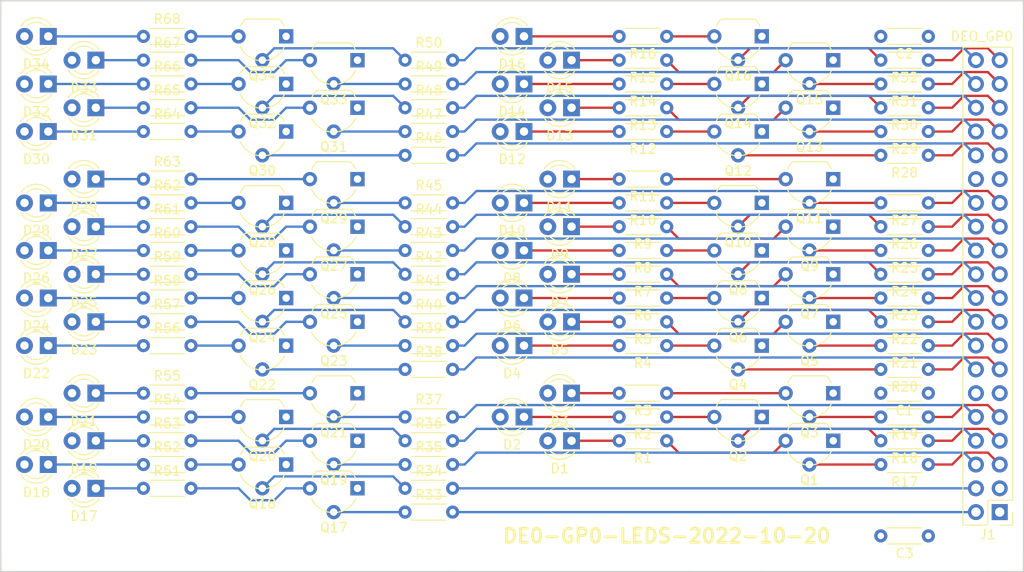
<source format=kicad_pcb>
(kicad_pcb (version 4) (host pcbnew 4.0.6)
  (layers (0 F.Cu signal) (1 In1.Cu power hide) (2 In2.Cu power hide) (31 B.Cu signal) (34 B.Paste user) (35 F.Paste user) (36 B.SilkS user) (37 F.SilkS user) (38 B.Mask user) (39 F.Mask user) (44 Edge.Cuts user))
  (net 0 "")
  (net 1 "Net-(J1-Pad1)")
  (net 2 "Net-(J1-Pad2)")
  (net 3 "Net-(J1-Pad3)")
  (net 4 "Net-(J1-Pad4)")
  (net 5 "Net-(J1-Pad5)")
  (net 6 "Net-(J1-Pad6)")
  (net 7 "Net-(J1-Pad7)")
  (net 8 "Net-(J1-Pad8)")
  (net 9 "Net-(J1-Pad9)")
  (net 10 "Net-(J1-Pad10)")
  (net 11 "Net-(J1-Pad13)")
  (net 12 "Net-(J1-Pad14)")
  (net 13 "Net-(J1-Pad15)")
  (net 14 "Net-(J1-Pad16)")
  (net 15 "Net-(J1-Pad17)")
  (net 16 "Net-(J1-Pad18)")
  (net 17 "Net-(J1-Pad19)")
  (net 18 "Net-(J1-Pad20)")
  (net 19 "Net-(J1-Pad21)")
  (net 20 "Net-(J1-Pad22)")
  (net 21 "Net-(J1-Pad23)")
  (net 22 "Net-(J1-Pad24)")
  (net 23 "Net-(J1-Pad25)")
  (net 24 "Net-(J1-Pad26)")
  (net 25 "Net-(J1-Pad27)")
  (net 26 "Net-(J1-Pad28)")
  (net 27 "Net-(J1-Pad29)")
  (net 28 "Net-(J1-Pad31)")
  (net 29 "Net-(J1-Pad32)")
  (net 30 "Net-(J1-Pad33)")
  (net 31 "Net-(J1-Pad34)")
  (net 32 "Net-(J1-Pad35)")
  (net 33 "Net-(J1-Pad36)")
  (net 34 "Net-(J1-Pad37)")
  (net 35 "Net-(J1-Pad38)")
  (net 36 "Net-(J1-Pad39)")
  (net 37 "Net-(J1-Pad40)")
  (net 38 GND)
  (net 39 "Net-(D1-Pad1)")
  (net 40 /VCC)
  (net 41 "Net-(D2-Pad1)")
  (net 42 "Net-(D3-Pad1)")
  (net 43 "Net-(D4-Pad1)")
  (net 44 "Net-(D5-Pad1)")
  (net 45 "Net-(D6-Pad1)")
  (net 46 "Net-(D7-Pad1)")
  (net 47 "Net-(D8-Pad1)")
  (net 48 "Net-(D9-Pad1)")
  (net 49 "Net-(D10-Pad1)")
  (net 50 "Net-(D11-Pad1)")
  (net 51 "Net-(D12-Pad1)")
  (net 52 "Net-(D13-Pad1)")
  (net 53 "Net-(D14-Pad1)")
  (net 54 "Net-(D15-Pad1)")
  (net 55 "Net-(D16-Pad1)")
  (net 56 "Net-(D17-Pad1)")
  (net 57 "Net-(D18-Pad1)")
  (net 58 "Net-(D19-Pad1)")
  (net 59 "Net-(D20-Pad1)")
  (net 60 "Net-(D21-Pad1)")
  (net 61 "Net-(D22-Pad1)")
  (net 62 "Net-(D23-Pad1)")
  (net 63 "Net-(D24-Pad1)")
  (net 64 "Net-(D25-Pad1)")
  (net 65 "Net-(D26-Pad1)")
  (net 66 "Net-(D27-Pad1)")
  (net 67 "Net-(D28-Pad1)")
  (net 68 "Net-(D29-Pad1)")
  (net 69 "Net-(D30-Pad1)")
  (net 70 "Net-(D31-Pad1)")
  (net 71 "Net-(D32-Pad1)")
  (net 72 "Net-(D33-Pad1)")
  (net 73 "Net-(D34-Pad1)")
  (net 74 "Net-(Q1-Pad2)")
  (net 75 "Net-(Q1-Pad3)")
  (net 76 "Net-(Q2-Pad2)")
  (net 77 "Net-(Q2-Pad3)")
  (net 78 "Net-(Q3-Pad2)")
  (net 79 "Net-(Q3-Pad3)")
  (net 80 "Net-(Q4-Pad2)")
  (net 81 "Net-(Q4-Pad3)")
  (net 82 "Net-(Q5-Pad2)")
  (net 83 "Net-(Q5-Pad3)")
  (net 84 "Net-(Q6-Pad2)")
  (net 85 "Net-(Q6-Pad3)")
  (net 86 "Net-(Q7-Pad2)")
  (net 87 "Net-(Q7-Pad3)")
  (net 88 "Net-(Q8-Pad2)")
  (net 89 "Net-(Q8-Pad3)")
  (net 90 "Net-(Q9-Pad2)")
  (net 91 "Net-(Q9-Pad3)")
  (net 92 "Net-(Q10-Pad2)")
  (net 93 "Net-(Q10-Pad3)")
  (net 94 "Net-(Q11-Pad2)")
  (net 95 "Net-(Q11-Pad3)")
  (net 96 "Net-(Q12-Pad2)")
  (net 97 "Net-(Q12-Pad3)")
  (net 98 "Net-(Q13-Pad2)")
  (net 99 "Net-(Q13-Pad3)")
  (net 100 "Net-(Q14-Pad2)")
  (net 101 "Net-(Q14-Pad3)")
  (net 102 "Net-(Q15-Pad2)")
  (net 103 "Net-(Q15-Pad3)")
  (net 104 "Net-(Q16-Pad2)")
  (net 105 "Net-(Q16-Pad3)")
  (net 106 "Net-(Q17-Pad2)")
  (net 107 "Net-(Q17-Pad3)")
  (net 108 "Net-(Q18-Pad2)")
  (net 109 "Net-(Q18-Pad3)")
  (net 110 "Net-(Q19-Pad2)")
  (net 111 "Net-(Q19-Pad3)")
  (net 112 "Net-(Q20-Pad2)")
  (net 113 "Net-(Q20-Pad3)")
  (net 114 "Net-(Q21-Pad2)")
  (net 115 "Net-(Q21-Pad3)")
  (net 116 "Net-(Q22-Pad2)")
  (net 117 "Net-(Q22-Pad3)")
  (net 118 "Net-(Q23-Pad2)")
  (net 119 "Net-(Q23-Pad3)")
  (net 120 "Net-(Q24-Pad2)")
  (net 121 "Net-(Q24-Pad3)")
  (net 122 "Net-(Q25-Pad2)")
  (net 123 "Net-(Q25-Pad3)")
  (net 124 "Net-(Q26-Pad2)")
  (net 125 "Net-(Q26-Pad3)")
  (net 126 "Net-(Q27-Pad2)")
  (net 127 "Net-(Q27-Pad3)")
  (net 128 "Net-(Q28-Pad2)")
  (net 129 "Net-(Q28-Pad3)")
  (net 130 "Net-(Q29-Pad2)")
  (net 131 "Net-(Q29-Pad3)")
  (net 132 "Net-(Q30-Pad2)")
  (net 133 "Net-(Q30-Pad3)")
  (net 134 "Net-(Q31-Pad2)")
  (net 135 "Net-(Q31-Pad3)")
  (net 136 "Net-(Q32-Pad2)")
  (net 137 "Net-(Q32-Pad3)")
  (net 138 "Net-(Q33-Pad2)")
  (net 139 "Net-(Q33-Pad3)")
  (net 140 "Net-(Q34-Pad2)")
  (net 141 "Net-(Q34-Pad3)")
  (module Pin_Headers:Pin_Header_Straight_2x20_Pitch2.54mm (layer F.Cu) (at 106.68 54.61 180)
    (fp_text reference J1 (at 1.27 -2.39 180) (layer F.SilkS))
    (fp_text value DEO_GP0 (at 1.905 50.8 180) (layer F.SilkS))
    (pad 1 thru_hole rect (at 0 0 180) (size 1.7 1.7) (drill 1) (layers *.Cu *.Mask) (net 1 "Net-(J1-Pad1)"))
    (pad 2 thru_hole oval (at 2.54 0 180) (size 1.7 1.7) (drill 1) (layers *.Cu *.Mask) (net 2 "Net-(J1-Pad2)"))
    (pad 3 thru_hole oval (at 0 2.54 180) (size 1.7 1.7) (drill 1) (layers *.Cu *.Mask) (net 3 "Net-(J1-Pad3)"))
    (pad 4 thru_hole oval (at 2.54 2.54 180) (size 1.7 1.7) (drill 1) (layers *.Cu *.Mask) (net 4 "Net-(J1-Pad4)"))
    (pad 5 thru_hole oval (at 0 5.08 180) (size 1.7 1.7) (drill 1) (layers *.Cu *.Mask) (net 5 "Net-(J1-Pad5)"))
    (pad 6 thru_hole oval (at 2.54 5.08 180) (size 1.7 1.7) (drill 1) (layers *.Cu *.Mask) (net 6 "Net-(J1-Pad6)"))
    (pad 7 thru_hole oval (at 0 7.62 180) (size 1.7 1.7) (drill 1) (layers *.Cu *.Mask) (net 7 "Net-(J1-Pad7)"))
    (pad 8 thru_hole oval (at 2.54 7.62 180) (size 1.7 1.7) (drill 1) (layers *.Cu *.Mask) (net 8 "Net-(J1-Pad8)"))
    (pad 9 thru_hole oval (at 0 10.16 180) (size 1.7 1.7) (drill 1) (layers *.Cu *.Mask) (net 9 "Net-(J1-Pad9)"))
    (pad 10 thru_hole oval (at 2.54 10.16 180) (size 1.7 1.7) (drill 1) (layers *.Cu *.Mask) (net 10 "Net-(J1-Pad10)"))
    (pad 11 thru_hole oval (at 0 12.7 180) (size 1.7 1.7) (drill 1) (layers *.Cu *.Mask) (net 40 /VCC))
    (pad 12 thru_hole oval (at 2.54 12.7 180) (size 1.7 1.7) (drill 1) (layers *.Cu *.Mask) (net 38 GND))
    (pad 13 thru_hole oval (at 0 15.24 180) (size 1.7 1.7) (drill 1) (layers *.Cu *.Mask) (net 11 "Net-(J1-Pad13)"))
    (pad 14 thru_hole oval (at 2.54 15.24 180) (size 1.7 1.7) (drill 1) (layers *.Cu *.Mask) (net 12 "Net-(J1-Pad14)"))
    (pad 15 thru_hole oval (at 0 17.78 180) (size 1.7 1.7) (drill 1) (layers *.Cu *.Mask) (net 13 "Net-(J1-Pad15)"))
    (pad 16 thru_hole oval (at 2.54 17.78 180) (size 1.7 1.7) (drill 1) (layers *.Cu *.Mask) (net 14 "Net-(J1-Pad16)"))
    (pad 17 thru_hole oval (at 0 20.32 180) (size 1.7 1.7) (drill 1) (layers *.Cu *.Mask) (net 15 "Net-(J1-Pad17)"))
    (pad 18 thru_hole oval (at 2.54 20.32 180) (size 1.7 1.7) (drill 1) (layers *.Cu *.Mask) (net 16 "Net-(J1-Pad18)"))
    (pad 19 thru_hole oval (at 0 22.86 180) (size 1.7 1.7) (drill 1) (layers *.Cu *.Mask) (net 17 "Net-(J1-Pad19)"))
    (pad 20 thru_hole oval (at 2.54 22.86 180) (size 1.7 1.7) (drill 1) (layers *.Cu *.Mask) (net 18 "Net-(J1-Pad20)"))
    (pad 21 thru_hole oval (at 0 25.4 180) (size 1.7 1.7) (drill 1) (layers *.Cu *.Mask) (net 19 "Net-(J1-Pad21)"))
    (pad 22 thru_hole oval (at 2.54 25.4 180) (size 1.7 1.7) (drill 1) (layers *.Cu *.Mask) (net 20 "Net-(J1-Pad22)"))
    (pad 23 thru_hole oval (at 0 27.94 180) (size 1.7 1.7) (drill 1) (layers *.Cu *.Mask) (net 21 "Net-(J1-Pad23)"))
    (pad 24 thru_hole oval (at 2.54 27.94 180) (size 1.7 1.7) (drill 1) (layers *.Cu *.Mask) (net 22 "Net-(J1-Pad24)"))
    (pad 25 thru_hole oval (at 0 30.48 180) (size 1.7 1.7) (drill 1) (layers *.Cu *.Mask) (net 23 "Net-(J1-Pad25)"))
    (pad 26 thru_hole oval (at 2.54 30.48 180) (size 1.7 1.7) (drill 1) (layers *.Cu *.Mask) (net 24 "Net-(J1-Pad26)"))
    (pad 27 thru_hole oval (at 0 33.02 180) (size 1.7 1.7) (drill 1) (layers *.Cu *.Mask) (net 25 "Net-(J1-Pad27)"))
    (pad 28 thru_hole oval (at 2.54 33.02 180) (size 1.7 1.7) (drill 1) (layers *.Cu *.Mask) (net 26 "Net-(J1-Pad28)"))
    (pad 29 thru_hole oval (at 0 35.56 180) (size 1.7 1.7) (drill 1) (layers *.Cu *.Mask) (net 27 "Net-(J1-Pad29)"))
    (pad 30 thru_hole oval (at 2.54 35.56 180) (size 1.7 1.7) (drill 1) (layers *.Cu *.Mask) (net 38 GND))
    (pad 31 thru_hole oval (at 0 38.1 180) (size 1.7 1.7) (drill 1) (layers *.Cu *.Mask) (net 28 "Net-(J1-Pad31)"))
    (pad 32 thru_hole oval (at 2.54 38.1 180) (size 1.7 1.7) (drill 1) (layers *.Cu *.Mask) (net 29 "Net-(J1-Pad32)"))
    (pad 33 thru_hole oval (at 0 40.64 180) (size 1.7 1.7) (drill 1) (layers *.Cu *.Mask) (net 30 "Net-(J1-Pad33)"))
    (pad 34 thru_hole oval (at 2.54 40.64 180) (size 1.7 1.7) (drill 1) (layers *.Cu *.Mask) (net 31 "Net-(J1-Pad34)"))
    (pad 35 thru_hole oval (at 0 43.18 180) (size 1.7 1.7) (drill 1) (layers *.Cu *.Mask) (net 32 "Net-(J1-Pad35)"))
    (pad 36 thru_hole oval (at 2.54 43.18 180) (size 1.7 1.7) (drill 1) (layers *.Cu *.Mask) (net 33 "Net-(J1-Pad36)"))
    (pad 37 thru_hole oval (at 0 45.72 180) (size 1.7 1.7) (drill 1) (layers *.Cu *.Mask) (net 34 "Net-(J1-Pad37)"))
    (pad 38 thru_hole oval (at 2.54 45.72 180) (size 1.7 1.7) (drill 1) (layers *.Cu *.Mask) (net 35 "Net-(J1-Pad38)"))
    (pad 39 thru_hole oval (at 0 48.26 180) (size 1.7 1.7) (drill 1) (layers *.Cu *.Mask) (net 36 "Net-(J1-Pad39)"))
    (pad 40 thru_hole oval (at 2.54 48.26 180) (size 1.7 1.7) (drill 1) (layers *.Cu *.Mask) (net 37 "Net-(J1-Pad40)"))
  )
  (module Resistors_THT:R_Axial_DIN0204_L3.6mm_D1.6mm_P5.08mm_Horizontal (layer F.Cu) (at 71.12 46.99 180)
    (fp_text reference R1 (at 2.54 -1.86 180) (layer F.SilkS))
    (fp_text value 390)
    (pad 1 thru_hole circle (at 0 0 180) (size 1.4 1.4) (drill 0.7) (layers *.Cu *.Mask) (net 75 "Net-(Q1-Pad3)"))
    (pad 2 thru_hole oval (at 5.08 0 180) (size 1.4 1.4) (drill 0.7) (layers *.Cu *.Mask) (net 39 "Net-(D1-Pad1)"))
  )
  (module Resistors_THT:R_Axial_DIN0204_L3.6mm_D1.6mm_P5.08mm_Horizontal (layer F.Cu) (at 71.12 44.45 180)
    (fp_text reference R2 (at 2.54 -1.86 180) (layer F.SilkS))
    (fp_text value 390)
    (pad 1 thru_hole circle (at 0 0 180) (size 1.4 1.4) (drill 0.7) (layers *.Cu *.Mask) (net 77 "Net-(Q2-Pad3)"))
    (pad 2 thru_hole oval (at 5.08 0 180) (size 1.4 1.4) (drill 0.7) (layers *.Cu *.Mask) (net 41 "Net-(D2-Pad1)"))
  )
  (module Resistors_THT:R_Axial_DIN0204_L3.6mm_D1.6mm_P5.08mm_Horizontal (layer F.Cu) (at 71.12 41.91 180)
    (fp_text reference R3 (at 2.54 -1.86 180) (layer F.SilkS))
    (fp_text value 390)
    (pad 1 thru_hole circle (at 0 0 180) (size 1.4 1.4) (drill 0.7) (layers *.Cu *.Mask) (net 79 "Net-(Q3-Pad3)"))
    (pad 2 thru_hole oval (at 5.08 0 180) (size 1.4 1.4) (drill 0.7) (layers *.Cu *.Mask) (net 42 "Net-(D3-Pad1)"))
  )
  (module Resistors_THT:R_Axial_DIN0204_L3.6mm_D1.6mm_P5.08mm_Horizontal (layer F.Cu) (at 71.12 36.83 180)
    (fp_text reference R4 (at 2.54 -1.86 180) (layer F.SilkS))
    (fp_text value 390)
    (pad 1 thru_hole circle (at 0 0 180) (size 1.4 1.4) (drill 0.7) (layers *.Cu *.Mask) (net 81 "Net-(Q4-Pad3)"))
    (pad 2 thru_hole oval (at 5.08 0 180) (size 1.4 1.4) (drill 0.7) (layers *.Cu *.Mask) (net 43 "Net-(D4-Pad1)"))
  )
  (module Resistors_THT:R_Axial_DIN0204_L3.6mm_D1.6mm_P5.08mm_Horizontal (layer F.Cu) (at 71.12 34.29 180)
    (fp_text reference R5 (at 2.54 -1.86 180) (layer F.SilkS))
    (fp_text value 390)
    (pad 1 thru_hole circle (at 0 0 180) (size 1.4 1.4) (drill 0.7) (layers *.Cu *.Mask) (net 83 "Net-(Q5-Pad3)"))
    (pad 2 thru_hole oval (at 5.08 0 180) (size 1.4 1.4) (drill 0.7) (layers *.Cu *.Mask) (net 44 "Net-(D5-Pad1)"))
  )
  (module Resistors_THT:R_Axial_DIN0204_L3.6mm_D1.6mm_P5.08mm_Horizontal (layer F.Cu) (at 71.12 31.75 180)
    (fp_text reference R6 (at 2.54 -1.86 180) (layer F.SilkS))
    (fp_text value 390)
    (pad 1 thru_hole circle (at 0 0 180) (size 1.4 1.4) (drill 0.7) (layers *.Cu *.Mask) (net 85 "Net-(Q6-Pad3)"))
    (pad 2 thru_hole oval (at 5.08 0 180) (size 1.4 1.4) (drill 0.7) (layers *.Cu *.Mask) (net 45 "Net-(D6-Pad1)"))
  )
  (module Resistors_THT:R_Axial_DIN0204_L3.6mm_D1.6mm_P5.08mm_Horizontal (layer F.Cu) (at 71.12 29.21 180)
    (fp_text reference R7 (at 2.54 -1.86 180) (layer F.SilkS))
    (fp_text value 390)
    (pad 1 thru_hole circle (at 0 0 180) (size 1.4 1.4) (drill 0.7) (layers *.Cu *.Mask) (net 87 "Net-(Q7-Pad3)"))
    (pad 2 thru_hole oval (at 5.08 0 180) (size 1.4 1.4) (drill 0.7) (layers *.Cu *.Mask) (net 46 "Net-(D7-Pad1)"))
  )
  (module Resistors_THT:R_Axial_DIN0204_L3.6mm_D1.6mm_P5.08mm_Horizontal (layer F.Cu) (at 71.12 26.67 180)
    (fp_text reference R8 (at 2.54 -1.86 180) (layer F.SilkS))
    (fp_text value 390)
    (pad 1 thru_hole circle (at 0 0 180) (size 1.4 1.4) (drill 0.7) (layers *.Cu *.Mask) (net 89 "Net-(Q8-Pad3)"))
    (pad 2 thru_hole oval (at 5.08 0 180) (size 1.4 1.4) (drill 0.7) (layers *.Cu *.Mask) (net 47 "Net-(D8-Pad1)"))
  )
  (module Resistors_THT:R_Axial_DIN0204_L3.6mm_D1.6mm_P5.08mm_Horizontal (layer F.Cu) (at 71.12 24.13 180)
    (fp_text reference R9 (at 2.54 -1.86 180) (layer F.SilkS))
    (fp_text value 390)
    (pad 1 thru_hole circle (at 0 0 180) (size 1.4 1.4) (drill 0.7) (layers *.Cu *.Mask) (net 91 "Net-(Q9-Pad3)"))
    (pad 2 thru_hole oval (at 5.08 0 180) (size 1.4 1.4) (drill 0.7) (layers *.Cu *.Mask) (net 48 "Net-(D9-Pad1)"))
  )
  (module Resistors_THT:R_Axial_DIN0204_L3.6mm_D1.6mm_P5.08mm_Horizontal (layer F.Cu) (at 71.12 21.59 180)
    (fp_text reference R10 (at 2.54 -1.86 180) (layer F.SilkS))
    (fp_text value 390)
    (pad 1 thru_hole circle (at 0 0 180) (size 1.4 1.4) (drill 0.7) (layers *.Cu *.Mask) (net 93 "Net-(Q10-Pad3)"))
    (pad 2 thru_hole oval (at 5.08 0 180) (size 1.4 1.4) (drill 0.7) (layers *.Cu *.Mask) (net 49 "Net-(D10-Pad1)"))
  )
  (module Resistors_THT:R_Axial_DIN0204_L3.6mm_D1.6mm_P5.08mm_Horizontal (layer F.Cu) (at 71.12 19.05 180)
    (fp_text reference R11 (at 2.54 -1.86 180) (layer F.SilkS))
    (fp_text value 390)
    (pad 1 thru_hole circle (at 0 0 180) (size 1.4 1.4) (drill 0.7) (layers *.Cu *.Mask) (net 95 "Net-(Q11-Pad3)"))
    (pad 2 thru_hole oval (at 5.08 0 180) (size 1.4 1.4) (drill 0.7) (layers *.Cu *.Mask) (net 50 "Net-(D11-Pad1)"))
  )
  (module Resistors_THT:R_Axial_DIN0204_L3.6mm_D1.6mm_P5.08mm_Horizontal (layer F.Cu) (at 71.12 13.97 180)
    (fp_text reference R12 (at 2.54 -1.86 180) (layer F.SilkS))
    (fp_text value 390)
    (pad 1 thru_hole circle (at 0 0 180) (size 1.4 1.4) (drill 0.7) (layers *.Cu *.Mask) (net 97 "Net-(Q12-Pad3)"))
    (pad 2 thru_hole oval (at 5.08 0 180) (size 1.4 1.4) (drill 0.7) (layers *.Cu *.Mask) (net 51 "Net-(D12-Pad1)"))
  )
  (module Resistors_THT:R_Axial_DIN0204_L3.6mm_D1.6mm_P5.08mm_Horizontal (layer F.Cu) (at 71.12 11.43 180)
    (fp_text reference R13 (at 2.54 -1.86 180) (layer F.SilkS))
    (fp_text value 390)
    (pad 1 thru_hole circle (at 0 0 180) (size 1.4 1.4) (drill 0.7) (layers *.Cu *.Mask) (net 99 "Net-(Q13-Pad3)"))
    (pad 2 thru_hole oval (at 5.08 0 180) (size 1.4 1.4) (drill 0.7) (layers *.Cu *.Mask) (net 52 "Net-(D13-Pad1)"))
  )
  (module Resistors_THT:R_Axial_DIN0204_L3.6mm_D1.6mm_P5.08mm_Horizontal (layer F.Cu) (at 71.12 8.89 180)
    (fp_text reference R14 (at 2.54 -1.86 180) (layer F.SilkS))
    (fp_text value 390)
    (pad 1 thru_hole circle (at 0 0 180) (size 1.4 1.4) (drill 0.7) (layers *.Cu *.Mask) (net 101 "Net-(Q14-Pad3)"))
    (pad 2 thru_hole oval (at 5.08 0 180) (size 1.4 1.4) (drill 0.7) (layers *.Cu *.Mask) (net 53 "Net-(D14-Pad1)"))
  )
  (module Resistors_THT:R_Axial_DIN0204_L3.6mm_D1.6mm_P5.08mm_Horizontal (layer F.Cu) (at 71.12 6.35 180)
    (fp_text reference R15 (at 2.54 -1.86 180) (layer F.SilkS))
    (fp_text value 390)
    (pad 1 thru_hole circle (at 0 0 180) (size 1.4 1.4) (drill 0.7) (layers *.Cu *.Mask) (net 103 "Net-(Q15-Pad3)"))
    (pad 2 thru_hole oval (at 5.08 0 180) (size 1.4 1.4) (drill 0.7) (layers *.Cu *.Mask) (net 54 "Net-(D15-Pad1)"))
  )
  (module Resistors_THT:R_Axial_DIN0204_L3.6mm_D1.6mm_P5.08mm_Horizontal (layer F.Cu) (at 71.12 3.81 180)
    (fp_text reference R16 (at 2.54 -1.86 180) (layer F.SilkS))
    (fp_text value 390)
    (pad 1 thru_hole circle (at 0 0 180) (size 1.4 1.4) (drill 0.7) (layers *.Cu *.Mask) (net 105 "Net-(Q16-Pad3)"))
    (pad 2 thru_hole oval (at 5.08 0 180) (size 1.4 1.4) (drill 0.7) (layers *.Cu *.Mask) (net 55 "Net-(D16-Pad1)"))
  )
  (module Resistors_THT:R_Axial_DIN0204_L3.6mm_D1.6mm_P5.08mm_Horizontal (layer F.Cu) (at 99.06 49.53 180)
    (fp_text reference R17 (at 2.54 -1.86 180) (layer F.SilkS))
    (fp_text value 4.7K)
    (pad 1 thru_hole circle (at 0 0 180) (size 1.4 1.4) (drill 0.7) (layers *.Cu *.Mask) (net 5 "Net-(J1-Pad5)"))
    (pad 2 thru_hole oval (at 5.08 0 180) (size 1.4 1.4) (drill 0.7) (layers *.Cu *.Mask) (net 74 "Net-(Q1-Pad2)"))
  )
  (module Resistors_THT:R_Axial_DIN0204_L3.6mm_D1.6mm_P5.08mm_Horizontal (layer F.Cu) (at 99.06 46.99 180)
    (fp_text reference R18 (at 2.54 -1.86 180) (layer F.SilkS))
    (fp_text value 4.7K)
    (pad 1 thru_hole circle (at 0 0 180) (size 1.4 1.4) (drill 0.7) (layers *.Cu *.Mask) (net 7 "Net-(J1-Pad7)"))
    (pad 2 thru_hole oval (at 5.08 0 180) (size 1.4 1.4) (drill 0.7) (layers *.Cu *.Mask) (net 76 "Net-(Q2-Pad2)"))
  )
  (module Resistors_THT:R_Axial_DIN0204_L3.6mm_D1.6mm_P5.08mm_Horizontal (layer F.Cu) (at 99.06 44.45 180)
    (fp_text reference R19 (at 2.54 -1.86 180) (layer F.SilkS))
    (fp_text value 4.7K)
    (pad 1 thru_hole circle (at 0 0 180) (size 1.4 1.4) (drill 0.7) (layers *.Cu *.Mask) (net 9 "Net-(J1-Pad9)"))
    (pad 2 thru_hole oval (at 5.08 0 180) (size 1.4 1.4) (drill 0.7) (layers *.Cu *.Mask) (net 78 "Net-(Q3-Pad2)"))
  )
  (module Resistors_THT:R_Axial_DIN0204_L3.6mm_D1.6mm_P5.08mm_Horizontal (layer F.Cu) (at 99.06 39.37 180)
    (fp_text reference R20 (at 2.54 -1.86 180) (layer F.SilkS))
    (fp_text value 4.7K)
    (pad 1 thru_hole circle (at 0 0 180) (size 1.4 1.4) (drill 0.7) (layers *.Cu *.Mask) (net 11 "Net-(J1-Pad13)"))
    (pad 2 thru_hole oval (at 5.08 0 180) (size 1.4 1.4) (drill 0.7) (layers *.Cu *.Mask) (net 80 "Net-(Q4-Pad2)"))
  )
  (module Resistors_THT:R_Axial_DIN0204_L3.6mm_D1.6mm_P5.08mm_Horizontal (layer F.Cu) (at 99.06 36.83 180)
    (fp_text reference R21 (at 2.54 -1.86 180) (layer F.SilkS))
    (fp_text value 4.7K)
    (pad 1 thru_hole circle (at 0 0 180) (size 1.4 1.4) (drill 0.7) (layers *.Cu *.Mask) (net 13 "Net-(J1-Pad15)"))
    (pad 2 thru_hole oval (at 5.08 0 180) (size 1.4 1.4) (drill 0.7) (layers *.Cu *.Mask) (net 82 "Net-(Q5-Pad2)"))
  )
  (module Resistors_THT:R_Axial_DIN0204_L3.6mm_D1.6mm_P5.08mm_Horizontal (layer F.Cu) (at 99.06 34.29 180)
    (fp_text reference R22 (at 2.54 -1.86 180) (layer F.SilkS))
    (fp_text value 4.7K)
    (pad 1 thru_hole circle (at 0 0 180) (size 1.4 1.4) (drill 0.7) (layers *.Cu *.Mask) (net 15 "Net-(J1-Pad17)"))
    (pad 2 thru_hole oval (at 5.08 0 180) (size 1.4 1.4) (drill 0.7) (layers *.Cu *.Mask) (net 84 "Net-(Q6-Pad2)"))
  )
  (module Resistors_THT:R_Axial_DIN0204_L3.6mm_D1.6mm_P5.08mm_Horizontal (layer F.Cu) (at 99.06 31.75 180)
    (fp_text reference R23 (at 2.54 -1.86 180) (layer F.SilkS))
    (fp_text value 4.7K)
    (pad 1 thru_hole circle (at 0 0 180) (size 1.4 1.4) (drill 0.7) (layers *.Cu *.Mask) (net 17 "Net-(J1-Pad19)"))
    (pad 2 thru_hole oval (at 5.08 0 180) (size 1.4 1.4) (drill 0.7) (layers *.Cu *.Mask) (net 86 "Net-(Q7-Pad2)"))
  )
  (module Resistors_THT:R_Axial_DIN0204_L3.6mm_D1.6mm_P5.08mm_Horizontal (layer F.Cu) (at 99.06 29.21 180)
    (fp_text reference R24 (at 2.54 -1.86 180) (layer F.SilkS))
    (fp_text value 4.7K)
    (pad 1 thru_hole circle (at 0 0 180) (size 1.4 1.4) (drill 0.7) (layers *.Cu *.Mask) (net 19 "Net-(J1-Pad21)"))
    (pad 2 thru_hole oval (at 5.08 0 180) (size 1.4 1.4) (drill 0.7) (layers *.Cu *.Mask) (net 88 "Net-(Q8-Pad2)"))
  )
  (module Resistors_THT:R_Axial_DIN0204_L3.6mm_D1.6mm_P5.08mm_Horizontal (layer F.Cu) (at 99.06 26.67 180)
    (fp_text reference R25 (at 2.54 -1.86 180) (layer F.SilkS))
    (fp_text value 4.7K)
    (pad 1 thru_hole circle (at 0 0 180) (size 1.4 1.4) (drill 0.7) (layers *.Cu *.Mask) (net 21 "Net-(J1-Pad23)"))
    (pad 2 thru_hole oval (at 5.08 0 180) (size 1.4 1.4) (drill 0.7) (layers *.Cu *.Mask) (net 90 "Net-(Q9-Pad2)"))
  )
  (module Resistors_THT:R_Axial_DIN0204_L3.6mm_D1.6mm_P5.08mm_Horizontal (layer F.Cu) (at 99.06 24.13 180)
    (fp_text reference R26 (at 2.54 -1.86 180) (layer F.SilkS))
    (fp_text value 4.7K)
    (pad 1 thru_hole circle (at 0 0 180) (size 1.4 1.4) (drill 0.7) (layers *.Cu *.Mask) (net 23 "Net-(J1-Pad25)"))
    (pad 2 thru_hole oval (at 5.08 0 180) (size 1.4 1.4) (drill 0.7) (layers *.Cu *.Mask) (net 92 "Net-(Q10-Pad2)"))
  )
  (module LEDs:LED_D3.0mm (layer F.Cu) (at 60.96 46.99 180)
    (fp_text reference D1 (at 1.27 -2.96 180) (layer F.SilkS))
    (fp_text value LED)
    (pad 1 thru_hole rect (at 0 0 180) (size 1.8 1.8) (drill 0.9) (layers *.Cu *.Mask) (net 39 "Net-(D1-Pad1)"))
    (pad 2 thru_hole circle (at 2.54 0 180) (size 1.8 1.8) (drill 0.9) (layers *.Cu *.Mask) (net 40 /VCC))
  )
  (module LEDs:LED_D3.0mm (layer F.Cu) (at 55.88 44.45 180)
    (fp_text reference D2 (at 1.27 -2.96 180) (layer F.SilkS))
    (fp_text value LED)
    (pad 1 thru_hole rect (at 0 0 180) (size 1.8 1.8) (drill 0.9) (layers *.Cu *.Mask) (net 41 "Net-(D2-Pad1)"))
    (pad 2 thru_hole circle (at 2.54 0 180) (size 1.8 1.8) (drill 0.9) (layers *.Cu *.Mask) (net 40 /VCC))
  )
  (module LEDs:LED_D3.0mm (layer F.Cu) (at 60.96 41.91 180)
    (fp_text reference D3 (at 1.27 -2.96 180) (layer F.SilkS))
    (fp_text value LED)
    (pad 1 thru_hole rect (at 0 0 180) (size 1.8 1.8) (drill 0.9) (layers *.Cu *.Mask) (net 42 "Net-(D3-Pad1)"))
    (pad 2 thru_hole circle (at 2.54 0 180) (size 1.8 1.8) (drill 0.9) (layers *.Cu *.Mask) (net 40 /VCC))
  )
  (module LEDs:LED_D3.0mm (layer F.Cu) (at 55.88 36.83 180)
    (fp_text reference D4 (at 1.27 -2.96 180) (layer F.SilkS))
    (fp_text value LED)
    (pad 1 thru_hole rect (at 0 0 180) (size 1.8 1.8) (drill 0.9) (layers *.Cu *.Mask) (net 43 "Net-(D4-Pad1)"))
    (pad 2 thru_hole circle (at 2.54 0 180) (size 1.8 1.8) (drill 0.9) (layers *.Cu *.Mask) (net 40 /VCC))
  )
  (module LEDs:LED_D3.0mm (layer F.Cu) (at 60.96 34.29 180)
    (fp_text reference D5 (at 1.27 -2.96 180) (layer F.SilkS))
    (fp_text value LED)
    (pad 1 thru_hole rect (at 0 0 180) (size 1.8 1.8) (drill 0.9) (layers *.Cu *.Mask) (net 44 "Net-(D5-Pad1)"))
    (pad 2 thru_hole circle (at 2.54 0 180) (size 1.8 1.8) (drill 0.9) (layers *.Cu *.Mask) (net 40 /VCC))
  )
  (module LEDs:LED_D3.0mm (layer F.Cu) (at 55.88 31.75 180)
    (fp_text reference D6 (at 1.27 -2.96 180) (layer F.SilkS))
    (fp_text value LED)
    (pad 1 thru_hole rect (at 0 0 180) (size 1.8 1.8) (drill 0.9) (layers *.Cu *.Mask) (net 45 "Net-(D6-Pad1)"))
    (pad 2 thru_hole circle (at 2.54 0 180) (size 1.8 1.8) (drill 0.9) (layers *.Cu *.Mask) (net 40 /VCC))
  )
  (module LEDs:LED_D3.0mm (layer F.Cu) (at 60.96 29.21 180)
    (fp_text reference D7 (at 1.27 -2.96 180) (layer F.SilkS))
    (fp_text value LED)
    (pad 1 thru_hole rect (at 0 0 180) (size 1.8 1.8) (drill 0.9) (layers *.Cu *.Mask) (net 46 "Net-(D7-Pad1)"))
    (pad 2 thru_hole circle (at 2.54 0 180) (size 1.8 1.8) (drill 0.9) (layers *.Cu *.Mask) (net 40 /VCC))
  )
  (module LEDs:LED_D3.0mm (layer F.Cu) (at 55.88 26.67 180)
    (fp_text reference D8 (at 1.27 -2.96 180) (layer F.SilkS))
    (fp_text value LED)
    (pad 1 thru_hole rect (at 0 0 180) (size 1.8 1.8) (drill 0.9) (layers *.Cu *.Mask) (net 47 "Net-(D8-Pad1)"))
    (pad 2 thru_hole circle (at 2.54 0 180) (size 1.8 1.8) (drill 0.9) (layers *.Cu *.Mask) (net 40 /VCC))
  )
  (module LEDs:LED_D3.0mm (layer F.Cu) (at 60.96 24.13 180)
    (fp_text reference D9 (at 1.27 -2.96 180) (layer F.SilkS))
    (fp_text value LED)
    (pad 1 thru_hole rect (at 0 0 180) (size 1.8 1.8) (drill 0.9) (layers *.Cu *.Mask) (net 48 "Net-(D9-Pad1)"))
    (pad 2 thru_hole circle (at 2.54 0 180) (size 1.8 1.8) (drill 0.9) (layers *.Cu *.Mask) (net 40 /VCC))
  )
  (module LEDs:LED_D3.0mm (layer F.Cu) (at 55.88 21.59 180)
    (fp_text reference D10 (at 1.27 -2.96 180) (layer F.SilkS))
    (fp_text value LED)
    (pad 1 thru_hole rect (at 0 0 180) (size 1.8 1.8) (drill 0.9) (layers *.Cu *.Mask) (net 49 "Net-(D10-Pad1)"))
    (pad 2 thru_hole circle (at 2.54 0 180) (size 1.8 1.8) (drill 0.9) (layers *.Cu *.Mask) (net 40 /VCC))
  )
  (module LEDs:LED_D3.0mm (layer F.Cu) (at 60.96 19.05 180)
    (fp_text reference D11 (at 1.27 -2.96 180) (layer F.SilkS))
    (fp_text value LED)
    (pad 1 thru_hole rect (at 0 0 180) (size 1.8 1.8) (drill 0.9) (layers *.Cu *.Mask) (net 50 "Net-(D11-Pad1)"))
    (pad 2 thru_hole circle (at 2.54 0 180) (size 1.8 1.8) (drill 0.9) (layers *.Cu *.Mask) (net 40 /VCC))
  )
  (module LEDs:LED_D3.0mm (layer F.Cu) (at 55.88 13.97 180)
    (fp_text reference D12 (at 1.27 -2.96 180) (layer F.SilkS))
    (fp_text value LED)
    (pad 1 thru_hole rect (at 0 0 180) (size 1.8 1.8) (drill 0.9) (layers *.Cu *.Mask) (net 51 "Net-(D12-Pad1)"))
    (pad 2 thru_hole circle (at 2.54 0 180) (size 1.8 1.8) (drill 0.9) (layers *.Cu *.Mask) (net 40 /VCC))
  )
  (module LEDs:LED_D3.0mm (layer F.Cu) (at 60.96 11.43 180)
    (fp_text reference D13 (at 1.27 -2.96 180) (layer F.SilkS))
    (fp_text value LED)
    (pad 1 thru_hole rect (at 0 0 180) (size 1.8 1.8) (drill 0.9) (layers *.Cu *.Mask) (net 52 "Net-(D13-Pad1)"))
    (pad 2 thru_hole circle (at 2.54 0 180) (size 1.8 1.8) (drill 0.9) (layers *.Cu *.Mask) (net 40 /VCC))
  )
  (module LEDs:LED_D3.0mm (layer F.Cu) (at 55.88 8.89 180)
    (fp_text reference D14 (at 1.27 -2.96 180) (layer F.SilkS))
    (fp_text value LED)
    (pad 1 thru_hole rect (at 0 0 180) (size 1.8 1.8) (drill 0.9) (layers *.Cu *.Mask) (net 53 "Net-(D14-Pad1)"))
    (pad 2 thru_hole circle (at 2.54 0 180) (size 1.8 1.8) (drill 0.9) (layers *.Cu *.Mask) (net 40 /VCC))
  )
  (module LEDs:LED_D3.0mm (layer F.Cu) (at 60.96 6.35 180)
    (fp_text reference D15 (at 1.27 -2.96 180) (layer F.SilkS))
    (fp_text value LED)
    (pad 1 thru_hole rect (at 0 0 180) (size 1.8 1.8) (drill 0.9) (layers *.Cu *.Mask) (net 54 "Net-(D15-Pad1)"))
    (pad 2 thru_hole circle (at 2.54 0 180) (size 1.8 1.8) (drill 0.9) (layers *.Cu *.Mask) (net 40 /VCC))
  )
  (module LEDs:LED_D3.0mm (layer F.Cu) (at 55.88 3.81 180)
    (fp_text reference D16 (at 1.27 -2.96 180) (layer F.SilkS))
    (fp_text value LED)
    (pad 1 thru_hole rect (at 0 0 180) (size 1.8 1.8) (drill 0.9) (layers *.Cu *.Mask) (net 55 "Net-(D16-Pad1)"))
    (pad 2 thru_hole circle (at 2.54 0 180) (size 1.8 1.8) (drill 0.9) (layers *.Cu *.Mask) (net 40 /VCC))
  )
  (module LEDs:LED_D3.0mm (layer F.Cu) (at 10.16 52.07 180)
    (fp_text reference D17 (at 1.27 -2.96 180) (layer F.SilkS))
    (fp_text value LED)
    (pad 1 thru_hole rect (at 0 0 180) (size 1.8 1.8) (drill 0.9) (layers *.Cu *.Mask) (net 56 "Net-(D17-Pad1)"))
    (pad 2 thru_hole circle (at 2.54 0 180) (size 1.8 1.8) (drill 0.9) (layers *.Cu *.Mask) (net 40 /VCC))
  )
  (module LEDs:LED_D3.0mm (layer F.Cu) (at 5.08 49.53 180)
    (fp_text reference D18 (at 1.27 -2.96 180) (layer F.SilkS))
    (fp_text value LED)
    (pad 1 thru_hole rect (at 0 0 180) (size 1.8 1.8) (drill 0.9) (layers *.Cu *.Mask) (net 57 "Net-(D18-Pad1)"))
    (pad 2 thru_hole circle (at 2.54 0 180) (size 1.8 1.8) (drill 0.9) (layers *.Cu *.Mask) (net 40 /VCC))
  )
  (module LEDs:LED_D3.0mm (layer F.Cu) (at 10.16 46.99 180)
    (fp_text reference D19 (at 1.27 -2.96 180) (layer F.SilkS))
    (fp_text value LED)
    (pad 1 thru_hole rect (at 0 0 180) (size 1.8 1.8) (drill 0.9) (layers *.Cu *.Mask) (net 58 "Net-(D19-Pad1)"))
    (pad 2 thru_hole circle (at 2.54 0 180) (size 1.8 1.8) (drill 0.9) (layers *.Cu *.Mask) (net 40 /VCC))
  )
  (module LEDs:LED_D3.0mm (layer F.Cu) (at 5.08 44.45 180)
    (fp_text reference D20 (at 1.27 -2.96 180) (layer F.SilkS))
    (fp_text value LED)
    (pad 1 thru_hole rect (at 0 0 180) (size 1.8 1.8) (drill 0.9) (layers *.Cu *.Mask) (net 59 "Net-(D20-Pad1)"))
    (pad 2 thru_hole circle (at 2.54 0 180) (size 1.8 1.8) (drill 0.9) (layers *.Cu *.Mask) (net 40 /VCC))
  )
  (module LEDs:LED_D3.0mm (layer F.Cu) (at 10.16 41.91 180)
    (fp_text reference D21 (at 1.27 -2.96 180) (layer F.SilkS))
    (fp_text value LED)
    (pad 1 thru_hole rect (at 0 0 180) (size 1.8 1.8) (drill 0.9) (layers *.Cu *.Mask) (net 60 "Net-(D21-Pad1)"))
    (pad 2 thru_hole circle (at 2.54 0 180) (size 1.8 1.8) (drill 0.9) (layers *.Cu *.Mask) (net 40 /VCC))
  )
  (module LEDs:LED_D3.0mm (layer F.Cu) (at 5.08 36.83 180)
    (fp_text reference D22 (at 1.27 -2.96 180) (layer F.SilkS))
    (fp_text value LED)
    (pad 1 thru_hole rect (at 0 0 180) (size 1.8 1.8) (drill 0.9) (layers *.Cu *.Mask) (net 61 "Net-(D22-Pad1)"))
    (pad 2 thru_hole circle (at 2.54 0 180) (size 1.8 1.8) (drill 0.9) (layers *.Cu *.Mask) (net 40 /VCC))
  )
  (module LEDs:LED_D3.0mm (layer F.Cu) (at 10.16 34.29 180)
    (fp_text reference D23 (at 1.27 -2.96 180) (layer F.SilkS))
    (fp_text value LED)
    (pad 1 thru_hole rect (at 0 0 180) (size 1.8 1.8) (drill 0.9) (layers *.Cu *.Mask) (net 62 "Net-(D23-Pad1)"))
    (pad 2 thru_hole circle (at 2.54 0 180) (size 1.8 1.8) (drill 0.9) (layers *.Cu *.Mask) (net 40 /VCC))
  )
  (module LEDs:LED_D3.0mm (layer F.Cu) (at 5.08 31.75 180)
    (fp_text reference D24 (at 1.27 -2.96 180) (layer F.SilkS))
    (fp_text value LED)
    (pad 1 thru_hole rect (at 0 0 180) (size 1.8 1.8) (drill 0.9) (layers *.Cu *.Mask) (net 63 "Net-(D24-Pad1)"))
    (pad 2 thru_hole circle (at 2.54 0 180) (size 1.8 1.8) (drill 0.9) (layers *.Cu *.Mask) (net 40 /VCC))
  )
  (module LEDs:LED_D3.0mm (layer F.Cu) (at 10.16 29.21 180)
    (fp_text reference D25 (at 1.27 -2.96 180) (layer F.SilkS))
    (fp_text value LED)
    (pad 1 thru_hole rect (at 0 0 180) (size 1.8 1.8) (drill 0.9) (layers *.Cu *.Mask) (net 64 "Net-(D25-Pad1)"))
    (pad 2 thru_hole circle (at 2.54 0 180) (size 1.8 1.8) (drill 0.9) (layers *.Cu *.Mask) (net 40 /VCC))
  )
  (module LEDs:LED_D3.0mm (layer F.Cu) (at 5.08 26.67 180)
    (fp_text reference D26 (at 1.27 -2.96 180) (layer F.SilkS))
    (fp_text value LED)
    (pad 1 thru_hole rect (at 0 0 180) (size 1.8 1.8) (drill 0.9) (layers *.Cu *.Mask) (net 65 "Net-(D26-Pad1)"))
    (pad 2 thru_hole circle (at 2.54 0 180) (size 1.8 1.8) (drill 0.9) (layers *.Cu *.Mask) (net 40 /VCC))
  )
  (module LEDs:LED_D3.0mm (layer F.Cu) (at 10.16 24.13 180)
    (fp_text reference D27 (at 1.27 -2.96 180) (layer F.SilkS))
    (fp_text value LED)
    (pad 1 thru_hole rect (at 0 0 180) (size 1.8 1.8) (drill 0.9) (layers *.Cu *.Mask) (net 66 "Net-(D27-Pad1)"))
    (pad 2 thru_hole circle (at 2.54 0 180) (size 1.8 1.8) (drill 0.9) (layers *.Cu *.Mask) (net 40 /VCC))
  )
  (module LEDs:LED_D3.0mm (layer F.Cu) (at 5.08 21.59 180)
    (fp_text reference D28 (at 1.27 -2.96 180) (layer F.SilkS))
    (fp_text value LED)
    (pad 1 thru_hole rect (at 0 0 180) (size 1.8 1.8) (drill 0.9) (layers *.Cu *.Mask) (net 67 "Net-(D28-Pad1)"))
    (pad 2 thru_hole circle (at 2.54 0 180) (size 1.8 1.8) (drill 0.9) (layers *.Cu *.Mask) (net 40 /VCC))
  )
  (module LEDs:LED_D3.0mm (layer F.Cu) (at 10.16 19.05 180)
    (fp_text reference D29 (at 1.27 -2.96 180) (layer F.SilkS))
    (fp_text value LED)
    (pad 1 thru_hole rect (at 0 0 180) (size 1.8 1.8) (drill 0.9) (layers *.Cu *.Mask) (net 68 "Net-(D29-Pad1)"))
    (pad 2 thru_hole circle (at 2.54 0 180) (size 1.8 1.8) (drill 0.9) (layers *.Cu *.Mask) (net 40 /VCC))
  )
  (module LEDs:LED_D3.0mm (layer F.Cu) (at 5.08 13.97 180)
    (fp_text reference D30 (at 1.27 -2.96 180) (layer F.SilkS))
    (fp_text value LED)
    (pad 1 thru_hole rect (at 0 0 180) (size 1.8 1.8) (drill 0.9) (layers *.Cu *.Mask) (net 69 "Net-(D30-Pad1)"))
    (pad 2 thru_hole circle (at 2.54 0 180) (size 1.8 1.8) (drill 0.9) (layers *.Cu *.Mask) (net 40 /VCC))
  )
  (module LEDs:LED_D3.0mm (layer F.Cu) (at 10.16 11.43 180)
    (fp_text reference D31 (at 1.27 -2.96 180) (layer F.SilkS))
    (fp_text value LED)
    (pad 1 thru_hole rect (at 0 0 180) (size 1.8 1.8) (drill 0.9) (layers *.Cu *.Mask) (net 70 "Net-(D31-Pad1)"))
    (pad 2 thru_hole circle (at 2.54 0 180) (size 1.8 1.8) (drill 0.9) (layers *.Cu *.Mask) (net 40 /VCC))
  )
  (module LEDs:LED_D3.0mm (layer F.Cu) (at 5.08 8.89 180)
    (fp_text reference D32 (at 1.27 -2.96 180) (layer F.SilkS))
    (fp_text value LED)
    (pad 1 thru_hole rect (at 0 0 180) (size 1.8 1.8) (drill 0.9) (layers *.Cu *.Mask) (net 71 "Net-(D32-Pad1)"))
    (pad 2 thru_hole circle (at 2.54 0 180) (size 1.8 1.8) (drill 0.9) (layers *.Cu *.Mask) (net 40 /VCC))
  )
  (module LEDs:LED_D3.0mm (layer F.Cu) (at 10.16 6.35 180)
    (fp_text reference D33 (at 1.27 -2.96 180) (layer F.SilkS))
    (fp_text value LED)
    (pad 1 thru_hole rect (at 0 0 180) (size 1.8 1.8) (drill 0.9) (layers *.Cu *.Mask) (net 72 "Net-(D33-Pad1)"))
    (pad 2 thru_hole circle (at 2.54 0 180) (size 1.8 1.8) (drill 0.9) (layers *.Cu *.Mask) (net 40 /VCC))
  )
  (module LEDs:LED_D3.0mm (layer F.Cu) (at 5.08 3.81 180)
    (fp_text reference D34 (at 1.27 -2.96 180) (layer F.SilkS))
    (fp_text value LED)
    (pad 1 thru_hole rect (at 0 0 180) (size 1.8 1.8) (drill 0.9) (layers *.Cu *.Mask) (net 73 "Net-(D34-Pad1)"))
    (pad 2 thru_hole circle (at 2.54 0 180) (size 1.8 1.8) (drill 0.9) (layers *.Cu *.Mask) (net 40 /VCC))
  )
  (module Resistors_THT:R_Axial_DIN0204_L3.6mm_D1.6mm_P5.08mm_Horizontal (layer F.Cu) (at 99.06 21.59 180)
    (fp_text reference R27 (at 2.54 -1.86 180) (layer F.SilkS))
    (fp_text value 4.7K)
    (pad 1 thru_hole circle (at 0 0 180) (size 1.4 1.4) (drill 0.7) (layers *.Cu *.Mask) (net 25 "Net-(J1-Pad27)"))
    (pad 2 thru_hole oval (at 5.08 0 180) (size 1.4 1.4) (drill 0.7) (layers *.Cu *.Mask) (net 94 "Net-(Q11-Pad2)"))
  )
  (module Resistors_THT:R_Axial_DIN0204_L3.6mm_D1.6mm_P5.08mm_Horizontal (layer F.Cu) (at 99.06 16.51 180)
    (fp_text reference R28 (at 2.54 -1.86 180) (layer F.SilkS))
    (fp_text value 4.7K)
    (pad 1 thru_hole circle (at 0 0 180) (size 1.4 1.4) (drill 0.7) (layers *.Cu *.Mask) (net 28 "Net-(J1-Pad31)"))
    (pad 2 thru_hole oval (at 5.08 0 180) (size 1.4 1.4) (drill 0.7) (layers *.Cu *.Mask) (net 96 "Net-(Q12-Pad2)"))
  )
  (module Resistors_THT:R_Axial_DIN0204_L3.6mm_D1.6mm_P5.08mm_Horizontal (layer F.Cu) (at 99.06 13.97 180)
    (fp_text reference R29 (at 2.54 -1.86 180) (layer F.SilkS))
    (fp_text value 4.7K)
    (pad 1 thru_hole circle (at 0 0 180) (size 1.4 1.4) (drill 0.7) (layers *.Cu *.Mask) (net 30 "Net-(J1-Pad33)"))
    (pad 2 thru_hole oval (at 5.08 0 180) (size 1.4 1.4) (drill 0.7) (layers *.Cu *.Mask) (net 98 "Net-(Q13-Pad2)"))
  )
  (module Resistors_THT:R_Axial_DIN0204_L3.6mm_D1.6mm_P5.08mm_Horizontal (layer F.Cu) (at 99.06 11.43 180)
    (fp_text reference R30 (at 2.54 -1.86 180) (layer F.SilkS))
    (fp_text value 4.7K)
    (pad 1 thru_hole circle (at 0 0 180) (size 1.4 1.4) (drill 0.7) (layers *.Cu *.Mask) (net 32 "Net-(J1-Pad35)"))
    (pad 2 thru_hole oval (at 5.08 0 180) (size 1.4 1.4) (drill 0.7) (layers *.Cu *.Mask) (net 100 "Net-(Q14-Pad2)"))
  )
  (module Resistors_THT:R_Axial_DIN0204_L3.6mm_D1.6mm_P5.08mm_Horizontal (layer F.Cu) (at 99.06 8.89 180)
    (fp_text reference R31 (at 2.54 -1.86 180) (layer F.SilkS))
    (fp_text value 4.7K)
    (pad 1 thru_hole circle (at 0 0 180) (size 1.4 1.4) (drill 0.7) (layers *.Cu *.Mask) (net 34 "Net-(J1-Pad37)"))
    (pad 2 thru_hole oval (at 5.08 0 180) (size 1.4 1.4) (drill 0.7) (layers *.Cu *.Mask) (net 102 "Net-(Q15-Pad2)"))
  )
  (module Resistors_THT:R_Axial_DIN0204_L3.6mm_D1.6mm_P5.08mm_Horizontal (layer F.Cu) (at 99.06 6.35 180)
    (fp_text reference R32 (at 2.54 -1.86 180) (layer F.SilkS))
    (fp_text value 4.7K)
    (pad 1 thru_hole circle (at 0 0 180) (size 1.4 1.4) (drill 0.7) (layers *.Cu *.Mask) (net 36 "Net-(J1-Pad39)"))
    (pad 2 thru_hole oval (at 5.08 0 180) (size 1.4 1.4) (drill 0.7) (layers *.Cu *.Mask) (net 104 "Net-(Q16-Pad2)"))
  )
  (module Resistors_THT:R_Axial_DIN0204_L3.6mm_D1.6mm_P5.08mm_Horizontal (layer F.Cu) (at 43.18 54.61)
    (fp_text reference R33 (at 2.54 -1.86) (layer F.SilkS))
    (fp_text value 4.7K)
    (pad 1 thru_hole circle (at 0 0) (size 1.4 1.4) (drill 0.7) (layers *.Cu *.Mask) (net 106 "Net-(Q17-Pad2)"))
    (pad 2 thru_hole oval (at 5.08 0) (size 1.4 1.4) (drill 0.7) (layers *.Cu *.Mask) (net 2 "Net-(J1-Pad2)"))
  )
  (module Resistors_THT:R_Axial_DIN0204_L3.6mm_D1.6mm_P5.08mm_Horizontal (layer F.Cu) (at 43.18 52.07)
    (fp_text reference R34 (at 2.54 -1.86) (layer F.SilkS))
    (fp_text value 4.7K)
    (pad 1 thru_hole circle (at 0 0) (size 1.4 1.4) (drill 0.7) (layers *.Cu *.Mask) (net 108 "Net-(Q18-Pad2)"))
    (pad 2 thru_hole oval (at 5.08 0) (size 1.4 1.4) (drill 0.7) (layers *.Cu *.Mask) (net 4 "Net-(J1-Pad4)"))
  )
  (module TO_SOT_Packages_THT:TO-92_Molded_Wide (layer F.Cu) (at 88.9 46.99 180)
    (fp_text reference Q1 (at 2.54 -4.191 360) (layer F.SilkS))
    (fp_text value 2N3904)
    (pad 2 thru_hole circle (at 2.54 -2.54 270) (size 1.524 1.524) (drill 0.8) (layers *.Cu *.Mask) (net 74 "Net-(Q1-Pad2)"))
    (pad 3 thru_hole circle (at 5.08 0 270) (size 1.524 1.524) (drill 0.8) (layers *.Cu *.Mask) (net 75 "Net-(Q1-Pad3)"))
    (pad 1 thru_hole rect (at 0 0 270) (size 1.524 1.524) (drill 0.8) (layers *.Cu *.Mask) (net 38 GND))
  )
  (module TO_SOT_Packages_THT:TO-92_Molded_Wide (layer F.Cu) (at 81.28 44.45 180)
    (fp_text reference Q2 (at 2.54 -4.191 360) (layer F.SilkS))
    (fp_text value 2N3904)
    (pad 2 thru_hole circle (at 2.54 -2.54 270) (size 1.524 1.524) (drill 0.8) (layers *.Cu *.Mask) (net 76 "Net-(Q2-Pad2)"))
    (pad 3 thru_hole circle (at 5.08 0 270) (size 1.524 1.524) (drill 0.8) (layers *.Cu *.Mask) (net 77 "Net-(Q2-Pad3)"))
    (pad 1 thru_hole rect (at 0 0 270) (size 1.524 1.524) (drill 0.8) (layers *.Cu *.Mask) (net 38 GND))
  )
  (module TO_SOT_Packages_THT:TO-92_Molded_Wide (layer F.Cu) (at 88.9 41.91 180)
    (fp_text reference Q3 (at 2.54 -4.191 360) (layer F.SilkS))
    (fp_text value 2N3904)
    (pad 2 thru_hole circle (at 2.54 -2.54 270) (size 1.524 1.524) (drill 0.8) (layers *.Cu *.Mask) (net 78 "Net-(Q3-Pad2)"))
    (pad 3 thru_hole circle (at 5.08 0 270) (size 1.524 1.524) (drill 0.8) (layers *.Cu *.Mask) (net 79 "Net-(Q3-Pad3)"))
    (pad 1 thru_hole rect (at 0 0 270) (size 1.524 1.524) (drill 0.8) (layers *.Cu *.Mask) (net 38 GND))
  )
  (module TO_SOT_Packages_THT:TO-92_Molded_Wide (layer F.Cu) (at 81.28 36.83 180)
    (fp_text reference Q4 (at 2.54 -4.191 360) (layer F.SilkS))
    (fp_text value 2N3904)
    (pad 2 thru_hole circle (at 2.54 -2.54 270) (size 1.524 1.524) (drill 0.8) (layers *.Cu *.Mask) (net 80 "Net-(Q4-Pad2)"))
    (pad 3 thru_hole circle (at 5.08 0 270) (size 1.524 1.524) (drill 0.8) (layers *.Cu *.Mask) (net 81 "Net-(Q4-Pad3)"))
    (pad 1 thru_hole rect (at 0 0 270) (size 1.524 1.524) (drill 0.8) (layers *.Cu *.Mask) (net 38 GND))
  )
  (module TO_SOT_Packages_THT:TO-92_Molded_Wide (layer F.Cu) (at 88.9 34.29 180)
    (fp_text reference Q5 (at 2.54 -4.191 360) (layer F.SilkS))
    (fp_text value 2N3904)
    (pad 2 thru_hole circle (at 2.54 -2.54 270) (size 1.524 1.524) (drill 0.8) (layers *.Cu *.Mask) (net 82 "Net-(Q5-Pad2)"))
    (pad 3 thru_hole circle (at 5.08 0 270) (size 1.524 1.524) (drill 0.8) (layers *.Cu *.Mask) (net 83 "Net-(Q5-Pad3)"))
    (pad 1 thru_hole rect (at 0 0 270) (size 1.524 1.524) (drill 0.8) (layers *.Cu *.Mask) (net 38 GND))
  )
  (module TO_SOT_Packages_THT:TO-92_Molded_Wide (layer F.Cu) (at 81.28 31.75 180)
    (fp_text reference Q6 (at 2.54 -4.191 360) (layer F.SilkS))
    (fp_text value 2N3904)
    (pad 2 thru_hole circle (at 2.54 -2.54 270) (size 1.524 1.524) (drill 0.8) (layers *.Cu *.Mask) (net 84 "Net-(Q6-Pad2)"))
    (pad 3 thru_hole circle (at 5.08 0 270) (size 1.524 1.524) (drill 0.8) (layers *.Cu *.Mask) (net 85 "Net-(Q6-Pad3)"))
    (pad 1 thru_hole rect (at 0 0 270) (size 1.524 1.524) (drill 0.8) (layers *.Cu *.Mask) (net 38 GND))
  )
  (module TO_SOT_Packages_THT:TO-92_Molded_Wide (layer F.Cu) (at 88.9 29.21 180)
    (fp_text reference Q7 (at 2.54 -4.191 360) (layer F.SilkS))
    (fp_text value 2N3904)
    (pad 2 thru_hole circle (at 2.54 -2.54 270) (size 1.524 1.524) (drill 0.8) (layers *.Cu *.Mask) (net 86 "Net-(Q7-Pad2)"))
    (pad 3 thru_hole circle (at 5.08 0 270) (size 1.524 1.524) (drill 0.8) (layers *.Cu *.Mask) (net 87 "Net-(Q7-Pad3)"))
    (pad 1 thru_hole rect (at 0 0 270) (size 1.524 1.524) (drill 0.8) (layers *.Cu *.Mask) (net 38 GND))
  )
  (module TO_SOT_Packages_THT:TO-92_Molded_Wide (layer F.Cu) (at 81.28 26.67 180)
    (fp_text reference Q8 (at 2.54 -4.191 360) (layer F.SilkS))
    (fp_text value 2N3904)
    (pad 2 thru_hole circle (at 2.54 -2.54 270) (size 1.524 1.524) (drill 0.8) (layers *.Cu *.Mask) (net 88 "Net-(Q8-Pad2)"))
    (pad 3 thru_hole circle (at 5.08 0 270) (size 1.524 1.524) (drill 0.8) (layers *.Cu *.Mask) (net 89 "Net-(Q8-Pad3)"))
    (pad 1 thru_hole rect (at 0 0 270) (size 1.524 1.524) (drill 0.8) (layers *.Cu *.Mask) (net 38 GND))
  )
  (module TO_SOT_Packages_THT:TO-92_Molded_Wide (layer F.Cu) (at 88.9 24.13 180)
    (fp_text reference Q9 (at 2.54 -4.191 360) (layer F.SilkS))
    (fp_text value 2N3904)
    (pad 2 thru_hole circle (at 2.54 -2.54 270) (size 1.524 1.524) (drill 0.8) (layers *.Cu *.Mask) (net 90 "Net-(Q9-Pad2)"))
    (pad 3 thru_hole circle (at 5.08 0 270) (size 1.524 1.524) (drill 0.8) (layers *.Cu *.Mask) (net 91 "Net-(Q9-Pad3)"))
    (pad 1 thru_hole rect (at 0 0 270) (size 1.524 1.524) (drill 0.8) (layers *.Cu *.Mask) (net 38 GND))
  )
  (module TO_SOT_Packages_THT:TO-92_Molded_Wide (layer F.Cu) (at 81.28 21.59 180)
    (fp_text reference Q10 (at 2.54 -4.191 360) (layer F.SilkS))
    (fp_text value 2N3904)
    (pad 2 thru_hole circle (at 2.54 -2.54 270) (size 1.524 1.524) (drill 0.8) (layers *.Cu *.Mask) (net 92 "Net-(Q10-Pad2)"))
    (pad 3 thru_hole circle (at 5.08 0 270) (size 1.524 1.524) (drill 0.8) (layers *.Cu *.Mask) (net 93 "Net-(Q10-Pad3)"))
    (pad 1 thru_hole rect (at 0 0 270) (size 1.524 1.524) (drill 0.8) (layers *.Cu *.Mask) (net 38 GND))
  )
  (module TO_SOT_Packages_THT:TO-92_Molded_Wide (layer F.Cu) (at 88.9 19.05 180)
    (fp_text reference Q11 (at 2.54 -4.191 360) (layer F.SilkS))
    (fp_text value 2N3904)
    (pad 2 thru_hole circle (at 2.54 -2.54 270) (size 1.524 1.524) (drill 0.8) (layers *.Cu *.Mask) (net 94 "Net-(Q11-Pad2)"))
    (pad 3 thru_hole circle (at 5.08 0 270) (size 1.524 1.524) (drill 0.8) (layers *.Cu *.Mask) (net 95 "Net-(Q11-Pad3)"))
    (pad 1 thru_hole rect (at 0 0 270) (size 1.524 1.524) (drill 0.8) (layers *.Cu *.Mask) (net 38 GND))
  )
  (module TO_SOT_Packages_THT:TO-92_Molded_Wide (layer F.Cu) (at 81.28 13.97 180)
    (fp_text reference Q12 (at 2.54 -4.191 360) (layer F.SilkS))
    (fp_text value 2N3904)
    (pad 2 thru_hole circle (at 2.54 -2.54 270) (size 1.524 1.524) (drill 0.8) (layers *.Cu *.Mask) (net 96 "Net-(Q12-Pad2)"))
    (pad 3 thru_hole circle (at 5.08 0 270) (size 1.524 1.524) (drill 0.8) (layers *.Cu *.Mask) (net 97 "Net-(Q12-Pad3)"))
    (pad 1 thru_hole rect (at 0 0 270) (size 1.524 1.524) (drill 0.8) (layers *.Cu *.Mask) (net 38 GND))
  )
  (module TO_SOT_Packages_THT:TO-92_Molded_Wide (layer F.Cu) (at 88.9 11.43 180)
    (fp_text reference Q13 (at 2.54 -4.191 360) (layer F.SilkS))
    (fp_text value 2N3904)
    (pad 2 thru_hole circle (at 2.54 -2.54 270) (size 1.524 1.524) (drill 0.8) (layers *.Cu *.Mask) (net 98 "Net-(Q13-Pad2)"))
    (pad 3 thru_hole circle (at 5.08 0 270) (size 1.524 1.524) (drill 0.8) (layers *.Cu *.Mask) (net 99 "Net-(Q13-Pad3)"))
    (pad 1 thru_hole rect (at 0 0 270) (size 1.524 1.524) (drill 0.8) (layers *.Cu *.Mask) (net 38 GND))
  )
  (module TO_SOT_Packages_THT:TO-92_Molded_Wide (layer F.Cu) (at 81.28 8.89 180)
    (fp_text reference Q14 (at 2.54 -4.191 360) (layer F.SilkS))
    (fp_text value 2N3904)
    (pad 2 thru_hole circle (at 2.54 -2.54 270) (size 1.524 1.524) (drill 0.8) (layers *.Cu *.Mask) (net 100 "Net-(Q14-Pad2)"))
    (pad 3 thru_hole circle (at 5.08 0 270) (size 1.524 1.524) (drill 0.8) (layers *.Cu *.Mask) (net 101 "Net-(Q14-Pad3)"))
    (pad 1 thru_hole rect (at 0 0 270) (size 1.524 1.524) (drill 0.8) (layers *.Cu *.Mask) (net 38 GND))
  )
  (module TO_SOT_Packages_THT:TO-92_Molded_Wide (layer F.Cu) (at 88.9 6.35 180)
    (fp_text reference Q15 (at 2.54 -4.191 360) (layer F.SilkS))
    (fp_text value 2N3904)
    (pad 2 thru_hole circle (at 2.54 -2.54 270) (size 1.524 1.524) (drill 0.8) (layers *.Cu *.Mask) (net 102 "Net-(Q15-Pad2)"))
    (pad 3 thru_hole circle (at 5.08 0 270) (size 1.524 1.524) (drill 0.8) (layers *.Cu *.Mask) (net 103 "Net-(Q15-Pad3)"))
    (pad 1 thru_hole rect (at 0 0 270) (size 1.524 1.524) (drill 0.8) (layers *.Cu *.Mask) (net 38 GND))
  )
  (module TO_SOT_Packages_THT:TO-92_Molded_Wide (layer F.Cu) (at 81.28 3.81 180)
    (fp_text reference Q16 (at 2.54 -4.191 360) (layer F.SilkS))
    (fp_text value 2N3904)
    (pad 2 thru_hole circle (at 2.54 -2.54 270) (size 1.524 1.524) (drill 0.8) (layers *.Cu *.Mask) (net 104 "Net-(Q16-Pad2)"))
    (pad 3 thru_hole circle (at 5.08 0 270) (size 1.524 1.524) (drill 0.8) (layers *.Cu *.Mask) (net 105 "Net-(Q16-Pad3)"))
    (pad 1 thru_hole rect (at 0 0 270) (size 1.524 1.524) (drill 0.8) (layers *.Cu *.Mask) (net 38 GND))
  )
  (module TO_SOT_Packages_THT:TO-92_Molded_Wide (layer F.Cu) (at 38.1 52.07 180)
    (fp_text reference Q17 (at 2.54 -4.191 360) (layer F.SilkS))
    (fp_text value 2N3904)
    (pad 2 thru_hole circle (at 2.54 -2.54 270) (size 1.524 1.524) (drill 0.8) (layers *.Cu *.Mask) (net 106 "Net-(Q17-Pad2)"))
    (pad 3 thru_hole circle (at 5.08 0 270) (size 1.524 1.524) (drill 0.8) (layers *.Cu *.Mask) (net 107 "Net-(Q17-Pad3)"))
    (pad 1 thru_hole rect (at 0 0 270) (size 1.524 1.524) (drill 0.8) (layers *.Cu *.Mask) (net 38 GND))
  )
  (module TO_SOT_Packages_THT:TO-92_Molded_Wide (layer F.Cu) (at 30.48 49.53 180)
    (fp_text reference Q18 (at 2.54 -4.191 360) (layer F.SilkS))
    (fp_text value 2N3904)
    (pad 2 thru_hole circle (at 2.54 -2.54 270) (size 1.524 1.524) (drill 0.8) (layers *.Cu *.Mask) (net 108 "Net-(Q18-Pad2)"))
    (pad 3 thru_hole circle (at 5.08 0 270) (size 1.524 1.524) (drill 0.8) (layers *.Cu *.Mask) (net 109 "Net-(Q18-Pad3)"))
    (pad 1 thru_hole rect (at 0 0 270) (size 1.524 1.524) (drill 0.8) (layers *.Cu *.Mask) (net 38 GND))
  )
  (module TO_SOT_Packages_THT:TO-92_Molded_Wide (layer F.Cu) (at 38.1 46.99 180)
    (fp_text reference Q19 (at 2.54 -4.191 360) (layer F.SilkS))
    (fp_text value 2N3904)
    (pad 2 thru_hole circle (at 2.54 -2.54 270) (size 1.524 1.524) (drill 0.8) (layers *.Cu *.Mask) (net 110 "Net-(Q19-Pad2)"))
    (pad 3 thru_hole circle (at 5.08 0 270) (size 1.524 1.524) (drill 0.8) (layers *.Cu *.Mask) (net 111 "Net-(Q19-Pad3)"))
    (pad 1 thru_hole rect (at 0 0 270) (size 1.524 1.524) (drill 0.8) (layers *.Cu *.Mask) (net 38 GND))
  )
  (module TO_SOT_Packages_THT:TO-92_Molded_Wide (layer F.Cu) (at 30.48 44.45 180)
    (fp_text reference Q20 (at 2.54 -4.191 360) (layer F.SilkS))
    (fp_text value 2N3904)
    (pad 2 thru_hole circle (at 2.54 -2.54 270) (size 1.524 1.524) (drill 0.8) (layers *.Cu *.Mask) (net 112 "Net-(Q20-Pad2)"))
    (pad 3 thru_hole circle (at 5.08 0 270) (size 1.524 1.524) (drill 0.8) (layers *.Cu *.Mask) (net 113 "Net-(Q20-Pad3)"))
    (pad 1 thru_hole rect (at 0 0 270) (size 1.524 1.524) (drill 0.8) (layers *.Cu *.Mask) (net 38 GND))
  )
  (module TO_SOT_Packages_THT:TO-92_Molded_Wide (layer F.Cu) (at 38.1 41.91 180)
    (fp_text reference Q21 (at 2.54 -4.191 360) (layer F.SilkS))
    (fp_text value 2N3904)
    (pad 2 thru_hole circle (at 2.54 -2.54 270) (size 1.524 1.524) (drill 0.8) (layers *.Cu *.Mask) (net 114 "Net-(Q21-Pad2)"))
    (pad 3 thru_hole circle (at 5.08 0 270) (size 1.524 1.524) (drill 0.8) (layers *.Cu *.Mask) (net 115 "Net-(Q21-Pad3)"))
    (pad 1 thru_hole rect (at 0 0 270) (size 1.524 1.524) (drill 0.8) (layers *.Cu *.Mask) (net 38 GND))
  )
  (module TO_SOT_Packages_THT:TO-92_Molded_Wide (layer F.Cu) (at 30.48 36.83 180)
    (fp_text reference Q22 (at 2.54 -4.191 360) (layer F.SilkS))
    (fp_text value 2N3904)
    (pad 2 thru_hole circle (at 2.54 -2.54 270) (size 1.524 1.524) (drill 0.8) (layers *.Cu *.Mask) (net 116 "Net-(Q22-Pad2)"))
    (pad 3 thru_hole circle (at 5.08 0 270) (size 1.524 1.524) (drill 0.8) (layers *.Cu *.Mask) (net 117 "Net-(Q22-Pad3)"))
    (pad 1 thru_hole rect (at 0 0 270) (size 1.524 1.524) (drill 0.8) (layers *.Cu *.Mask) (net 38 GND))
  )
  (module TO_SOT_Packages_THT:TO-92_Molded_Wide (layer F.Cu) (at 38.1 34.29 180)
    (fp_text reference Q23 (at 2.54 -4.191 360) (layer F.SilkS))
    (fp_text value 2N3904)
    (pad 2 thru_hole circle (at 2.54 -2.54 270) (size 1.524 1.524) (drill 0.8) (layers *.Cu *.Mask) (net 118 "Net-(Q23-Pad2)"))
    (pad 3 thru_hole circle (at 5.08 0 270) (size 1.524 1.524) (drill 0.8) (layers *.Cu *.Mask) (net 119 "Net-(Q23-Pad3)"))
    (pad 1 thru_hole rect (at 0 0 270) (size 1.524 1.524) (drill 0.8) (layers *.Cu *.Mask) (net 38 GND))
  )
  (module TO_SOT_Packages_THT:TO-92_Molded_Wide (layer F.Cu) (at 30.48 31.75 180)
    (fp_text reference Q24 (at 2.54 -4.191 360) (layer F.SilkS))
    (fp_text value 2N3904)
    (pad 2 thru_hole circle (at 2.54 -2.54 270) (size 1.524 1.524) (drill 0.8) (layers *.Cu *.Mask) (net 120 "Net-(Q24-Pad2)"))
    (pad 3 thru_hole circle (at 5.08 0 270) (size 1.524 1.524) (drill 0.8) (layers *.Cu *.Mask) (net 121 "Net-(Q24-Pad3)"))
    (pad 1 thru_hole rect (at 0 0 270) (size 1.524 1.524) (drill 0.8) (layers *.Cu *.Mask) (net 38 GND))
  )
  (module TO_SOT_Packages_THT:TO-92_Molded_Wide (layer F.Cu) (at 38.1 29.21 180)
    (fp_text reference Q25 (at 2.54 -4.191 360) (layer F.SilkS))
    (fp_text value 2N3904)
    (pad 2 thru_hole circle (at 2.54 -2.54 270) (size 1.524 1.524) (drill 0.8) (layers *.Cu *.Mask) (net 122 "Net-(Q25-Pad2)"))
    (pad 3 thru_hole circle (at 5.08 0 270) (size 1.524 1.524) (drill 0.8) (layers *.Cu *.Mask) (net 123 "Net-(Q25-Pad3)"))
    (pad 1 thru_hole rect (at 0 0 270) (size 1.524 1.524) (drill 0.8) (layers *.Cu *.Mask) (net 38 GND))
  )
  (module TO_SOT_Packages_THT:TO-92_Molded_Wide (layer F.Cu) (at 30.48 26.67 180)
    (fp_text reference Q26 (at 2.54 -4.191 360) (layer F.SilkS))
    (fp_text value 2N3904)
    (pad 2 thru_hole circle (at 2.54 -2.54 270) (size 1.524 1.524) (drill 0.8) (layers *.Cu *.Mask) (net 124 "Net-(Q26-Pad2)"))
    (pad 3 thru_hole circle (at 5.08 0 270) (size 1.524 1.524) (drill 0.8) (layers *.Cu *.Mask) (net 125 "Net-(Q26-Pad3)"))
    (pad 1 thru_hole rect (at 0 0 270) (size 1.524 1.524) (drill 0.8) (layers *.Cu *.Mask) (net 38 GND))
  )
  (module TO_SOT_Packages_THT:TO-92_Molded_Wide (layer F.Cu) (at 38.1 24.13 180)
    (fp_text reference Q27 (at 2.54 -4.191 360) (layer F.SilkS))
    (fp_text value 2N3904)
    (pad 2 thru_hole circle (at 2.54 -2.54 270) (size 1.524 1.524) (drill 0.8) (layers *.Cu *.Mask) (net 126 "Net-(Q27-Pad2)"))
    (pad 3 thru_hole circle (at 5.08 0 270) (size 1.524 1.524) (drill 0.8) (layers *.Cu *.Mask) (net 127 "Net-(Q27-Pad3)"))
    (pad 1 thru_hole rect (at 0 0 270) (size 1.524 1.524) (drill 0.8) (layers *.Cu *.Mask) (net 38 GND))
  )
  (module TO_SOT_Packages_THT:TO-92_Molded_Wide (layer F.Cu) (at 30.48 21.59 180)
    (fp_text reference Q28 (at 2.54 -4.191 360) (layer F.SilkS))
    (fp_text value 2N3904)
    (pad 2 thru_hole circle (at 2.54 -2.54 270) (size 1.524 1.524) (drill 0.8) (layers *.Cu *.Mask) (net 128 "Net-(Q28-Pad2)"))
    (pad 3 thru_hole circle (at 5.08 0 270) (size 1.524 1.524) (drill 0.8) (layers *.Cu *.Mask) (net 129 "Net-(Q28-Pad3)"))
    (pad 1 thru_hole rect (at 0 0 270) (size 1.524 1.524) (drill 0.8) (layers *.Cu *.Mask) (net 38 GND))
  )
  (module TO_SOT_Packages_THT:TO-92_Molded_Wide (layer F.Cu) (at 38.1 19.05 180)
    (fp_text reference Q29 (at 2.54 -4.191 360) (layer F.SilkS))
    (fp_text value 2N3904)
    (pad 2 thru_hole circle (at 2.54 -2.54 270) (size 1.524 1.524) (drill 0.8) (layers *.Cu *.Mask) (net 130 "Net-(Q29-Pad2)"))
    (pad 3 thru_hole circle (at 5.08 0 270) (size 1.524 1.524) (drill 0.8) (layers *.Cu *.Mask) (net 131 "Net-(Q29-Pad3)"))
    (pad 1 thru_hole rect (at 0 0 270) (size 1.524 1.524) (drill 0.8) (layers *.Cu *.Mask) (net 38 GND))
  )
  (module TO_SOT_Packages_THT:TO-92_Molded_Wide (layer F.Cu) (at 30.48 13.97 180)
    (fp_text reference Q30 (at 2.54 -4.191 360) (layer F.SilkS))
    (fp_text value 2N3904)
    (pad 2 thru_hole circle (at 2.54 -2.54 270) (size 1.524 1.524) (drill 0.8) (layers *.Cu *.Mask) (net 132 "Net-(Q30-Pad2)"))
    (pad 3 thru_hole circle (at 5.08 0 270) (size 1.524 1.524) (drill 0.8) (layers *.Cu *.Mask) (net 133 "Net-(Q30-Pad3)"))
    (pad 1 thru_hole rect (at 0 0 270) (size 1.524 1.524) (drill 0.8) (layers *.Cu *.Mask) (net 38 GND))
  )
  (module TO_SOT_Packages_THT:TO-92_Molded_Wide (layer F.Cu) (at 38.1 11.43 180)
    (fp_text reference Q31 (at 2.54 -4.191 360) (layer F.SilkS))
    (fp_text value 2N3904)
    (pad 2 thru_hole circle (at 2.54 -2.54 270) (size 1.524 1.524) (drill 0.8) (layers *.Cu *.Mask) (net 134 "Net-(Q31-Pad2)"))
    (pad 3 thru_hole circle (at 5.08 0 270) (size 1.524 1.524) (drill 0.8) (layers *.Cu *.Mask) (net 135 "Net-(Q31-Pad3)"))
    (pad 1 thru_hole rect (at 0 0 270) (size 1.524 1.524) (drill 0.8) (layers *.Cu *.Mask) (net 38 GND))
  )
  (module TO_SOT_Packages_THT:TO-92_Molded_Wide (layer F.Cu) (at 30.48 8.89 180)
    (fp_text reference Q32 (at 2.54 -4.191 360) (layer F.SilkS))
    (fp_text value 2N3904)
    (pad 2 thru_hole circle (at 2.54 -2.54 270) (size 1.524 1.524) (drill 0.8) (layers *.Cu *.Mask) (net 136 "Net-(Q32-Pad2)"))
    (pad 3 thru_hole circle (at 5.08 0 270) (size 1.524 1.524) (drill 0.8) (layers *.Cu *.Mask) (net 137 "Net-(Q32-Pad3)"))
    (pad 1 thru_hole rect (at 0 0 270) (size 1.524 1.524) (drill 0.8) (layers *.Cu *.Mask) (net 38 GND))
  )
  (module TO_SOT_Packages_THT:TO-92_Molded_Wide (layer F.Cu) (at 38.1 6.35 180)
    (fp_text reference Q33 (at 2.54 -4.191 360) (layer F.SilkS))
    (fp_text value 2N3904)
    (pad 2 thru_hole circle (at 2.54 -2.54 270) (size 1.524 1.524) (drill 0.8) (layers *.Cu *.Mask) (net 138 "Net-(Q33-Pad2)"))
    (pad 3 thru_hole circle (at 5.08 0 270) (size 1.524 1.524) (drill 0.8) (layers *.Cu *.Mask) (net 139 "Net-(Q33-Pad3)"))
    (pad 1 thru_hole rect (at 0 0 270) (size 1.524 1.524) (drill 0.8) (layers *.Cu *.Mask) (net 38 GND))
  )
  (module TO_SOT_Packages_THT:TO-92_Molded_Wide (layer F.Cu) (at 30.48 3.81 180)
    (fp_text reference Q34 (at 2.54 -4.191 360) (layer F.SilkS))
    (fp_text value 2N3904)
    (pad 2 thru_hole circle (at 2.54 -2.54 270) (size 1.524 1.524) (drill 0.8) (layers *.Cu *.Mask) (net 140 "Net-(Q34-Pad2)"))
    (pad 3 thru_hole circle (at 5.08 0 270) (size 1.524 1.524) (drill 0.8) (layers *.Cu *.Mask) (net 141 "Net-(Q34-Pad3)"))
    (pad 1 thru_hole rect (at 0 0 270) (size 1.524 1.524) (drill 0.8) (layers *.Cu *.Mask) (net 38 GND))
  )
  (module Resistors_THT:R_Axial_DIN0204_L3.6mm_D1.6mm_P5.08mm_Horizontal (layer F.Cu) (at 43.18 49.53)
    (fp_text reference R35 (at 2.54 -1.86) (layer F.SilkS))
    (fp_text value 4.7K)
    (pad 1 thru_hole circle (at 0 0) (size 1.4 1.4) (drill 0.7) (layers *.Cu *.Mask) (net 110 "Net-(Q19-Pad2)"))
    (pad 2 thru_hole oval (at 5.08 0) (size 1.4 1.4) (drill 0.7) (layers *.Cu *.Mask) (net 6 "Net-(J1-Pad6)"))
  )
  (module Resistors_THT:R_Axial_DIN0204_L3.6mm_D1.6mm_P5.08mm_Horizontal (layer F.Cu) (at 43.18 46.99)
    (fp_text reference R36 (at 2.54 -1.86) (layer F.SilkS))
    (fp_text value 4.7K)
    (pad 1 thru_hole circle (at 0 0) (size 1.4 1.4) (drill 0.7) (layers *.Cu *.Mask) (net 112 "Net-(Q20-Pad2)"))
    (pad 2 thru_hole oval (at 5.08 0) (size 1.4 1.4) (drill 0.7) (layers *.Cu *.Mask) (net 8 "Net-(J1-Pad8)"))
  )
  (module Resistors_THT:R_Axial_DIN0204_L3.6mm_D1.6mm_P5.08mm_Horizontal (layer F.Cu) (at 43.18 44.45)
    (fp_text reference R37 (at 2.54 -1.86) (layer F.SilkS))
    (fp_text value 4.7K)
    (pad 1 thru_hole circle (at 0 0) (size 1.4 1.4) (drill 0.7) (layers *.Cu *.Mask) (net 114 "Net-(Q21-Pad2)"))
    (pad 2 thru_hole oval (at 5.08 0) (size 1.4 1.4) (drill 0.7) (layers *.Cu *.Mask) (net 10 "Net-(J1-Pad10)"))
  )
  (module Resistors_THT:R_Axial_DIN0204_L3.6mm_D1.6mm_P5.08mm_Horizontal (layer F.Cu) (at 43.18 39.37)
    (fp_text reference R38 (at 2.54 -1.86) (layer F.SilkS))
    (fp_text value 4.7K)
    (pad 1 thru_hole circle (at 0 0) (size 1.4 1.4) (drill 0.7) (layers *.Cu *.Mask) (net 116 "Net-(Q22-Pad2)"))
    (pad 2 thru_hole oval (at 5.08 0) (size 1.4 1.4) (drill 0.7) (layers *.Cu *.Mask) (net 12 "Net-(J1-Pad14)"))
  )
  (module Resistors_THT:R_Axial_DIN0204_L3.6mm_D1.6mm_P5.08mm_Horizontal (layer F.Cu) (at 43.18 36.83)
    (fp_text reference R39 (at 2.54 -1.86) (layer F.SilkS))
    (fp_text value 4.7K)
    (pad 1 thru_hole circle (at 0 0) (size 1.4 1.4) (drill 0.7) (layers *.Cu *.Mask) (net 118 "Net-(Q23-Pad2)"))
    (pad 2 thru_hole oval (at 5.08 0) (size 1.4 1.4) (drill 0.7) (layers *.Cu *.Mask) (net 14 "Net-(J1-Pad16)"))
  )
  (module Resistors_THT:R_Axial_DIN0204_L3.6mm_D1.6mm_P5.08mm_Horizontal (layer F.Cu) (at 43.18 34.29)
    (fp_text reference R40 (at 2.54 -1.86) (layer F.SilkS))
    (fp_text value 4.7K)
    (pad 1 thru_hole circle (at 0 0) (size 1.4 1.4) (drill 0.7) (layers *.Cu *.Mask) (net 120 "Net-(Q24-Pad2)"))
    (pad 2 thru_hole oval (at 5.08 0) (size 1.4 1.4) (drill 0.7) (layers *.Cu *.Mask) (net 16 "Net-(J1-Pad18)"))
  )
  (module Resistors_THT:R_Axial_DIN0204_L3.6mm_D1.6mm_P5.08mm_Horizontal (layer F.Cu) (at 43.18 31.75)
    (fp_text reference R41 (at 2.54 -1.86) (layer F.SilkS))
    (fp_text value 4.7K)
    (pad 1 thru_hole circle (at 0 0) (size 1.4 1.4) (drill 0.7) (layers *.Cu *.Mask) (net 122 "Net-(Q25-Pad2)"))
    (pad 2 thru_hole oval (at 5.08 0) (size 1.4 1.4) (drill 0.7) (layers *.Cu *.Mask) (net 18 "Net-(J1-Pad20)"))
  )
  (module Resistors_THT:R_Axial_DIN0204_L3.6mm_D1.6mm_P5.08mm_Horizontal (layer F.Cu) (at 43.18 29.21)
    (fp_text reference R42 (at 2.54 -1.86) (layer F.SilkS))
    (fp_text value 4.7K)
    (pad 1 thru_hole circle (at 0 0) (size 1.4 1.4) (drill 0.7) (layers *.Cu *.Mask) (net 124 "Net-(Q26-Pad2)"))
    (pad 2 thru_hole oval (at 5.08 0) (size 1.4 1.4) (drill 0.7) (layers *.Cu *.Mask) (net 20 "Net-(J1-Pad22)"))
  )
  (module Resistors_THT:R_Axial_DIN0204_L3.6mm_D1.6mm_P5.08mm_Horizontal (layer F.Cu) (at 43.18 26.67)
    (fp_text reference R43 (at 2.54 -1.86) (layer F.SilkS))
    (fp_text value 4.7K)
    (pad 1 thru_hole circle (at 0 0) (size 1.4 1.4) (drill 0.7) (layers *.Cu *.Mask) (net 126 "Net-(Q27-Pad2)"))
    (pad 2 thru_hole oval (at 5.08 0) (size 1.4 1.4) (drill 0.7) (layers *.Cu *.Mask) (net 22 "Net-(J1-Pad24)"))
  )
  (module Resistors_THT:R_Axial_DIN0204_L3.6mm_D1.6mm_P5.08mm_Horizontal (layer F.Cu) (at 43.18 24.13)
    (fp_text reference R44 (at 2.54 -1.86) (layer F.SilkS))
    (fp_text value 4.7K)
    (pad 1 thru_hole circle (at 0 0) (size 1.4 1.4) (drill 0.7) (layers *.Cu *.Mask) (net 128 "Net-(Q28-Pad2)"))
    (pad 2 thru_hole oval (at 5.08 0) (size 1.4 1.4) (drill 0.7) (layers *.Cu *.Mask) (net 24 "Net-(J1-Pad26)"))
  )
  (module Resistors_THT:R_Axial_DIN0204_L3.6mm_D1.6mm_P5.08mm_Horizontal (layer F.Cu) (at 43.18 21.59)
    (fp_text reference R45 (at 2.54 -1.86) (layer F.SilkS))
    (fp_text value 4.7K)
    (pad 1 thru_hole circle (at 0 0) (size 1.4 1.4) (drill 0.7) (layers *.Cu *.Mask) (net 130 "Net-(Q29-Pad2)"))
    (pad 2 thru_hole oval (at 5.08 0) (size 1.4 1.4) (drill 0.7) (layers *.Cu *.Mask) (net 26 "Net-(J1-Pad28)"))
  )
  (module Resistors_THT:R_Axial_DIN0204_L3.6mm_D1.6mm_P5.08mm_Horizontal (layer F.Cu) (at 43.18 16.51)
    (fp_text reference R46 (at 2.54 -1.86) (layer F.SilkS))
    (fp_text value 4.7K)
    (pad 1 thru_hole circle (at 0 0) (size 1.4 1.4) (drill 0.7) (layers *.Cu *.Mask) (net 132 "Net-(Q30-Pad2)"))
    (pad 2 thru_hole oval (at 5.08 0) (size 1.4 1.4) (drill 0.7) (layers *.Cu *.Mask) (net 29 "Net-(J1-Pad32)"))
  )
  (module Resistors_THT:R_Axial_DIN0204_L3.6mm_D1.6mm_P5.08mm_Horizontal (layer F.Cu) (at 43.18 13.97)
    (fp_text reference R47 (at 2.54 -1.86) (layer F.SilkS))
    (fp_text value 4.7K)
    (pad 1 thru_hole circle (at 0 0) (size 1.4 1.4) (drill 0.7) (layers *.Cu *.Mask) (net 134 "Net-(Q31-Pad2)"))
    (pad 2 thru_hole oval (at 5.08 0) (size 1.4 1.4) (drill 0.7) (layers *.Cu *.Mask) (net 31 "Net-(J1-Pad34)"))
  )
  (module Resistors_THT:R_Axial_DIN0204_L3.6mm_D1.6mm_P5.08mm_Horizontal (layer F.Cu) (at 43.18 11.43)
    (fp_text reference R48 (at 2.54 -1.86) (layer F.SilkS))
    (fp_text value 4.7K)
    (pad 1 thru_hole circle (at 0 0) (size 1.4 1.4) (drill 0.7) (layers *.Cu *.Mask) (net 136 "Net-(Q32-Pad2)"))
    (pad 2 thru_hole oval (at 5.08 0) (size 1.4 1.4) (drill 0.7) (layers *.Cu *.Mask) (net 33 "Net-(J1-Pad36)"))
  )
  (module Resistors_THT:R_Axial_DIN0204_L3.6mm_D1.6mm_P5.08mm_Horizontal (layer F.Cu) (at 43.18 8.89)
    (fp_text reference R49 (at 2.54 -1.86) (layer F.SilkS))
    (fp_text value 4.7K)
    (pad 1 thru_hole circle (at 0 0) (size 1.4 1.4) (drill 0.7) (layers *.Cu *.Mask) (net 138 "Net-(Q33-Pad2)"))
    (pad 2 thru_hole oval (at 5.08 0) (size 1.4 1.4) (drill 0.7) (layers *.Cu *.Mask) (net 35 "Net-(J1-Pad38)"))
  )
  (module Resistors_THT:R_Axial_DIN0204_L3.6mm_D1.6mm_P5.08mm_Horizontal (layer F.Cu) (at 43.18 6.35)
    (fp_text reference R50 (at 2.54 -1.86) (layer F.SilkS))
    (fp_text value 4.7K)
    (pad 1 thru_hole circle (at 0 0) (size 1.4 1.4) (drill 0.7) (layers *.Cu *.Mask) (net 140 "Net-(Q34-Pad2)"))
    (pad 2 thru_hole oval (at 5.08 0) (size 1.4 1.4) (drill 0.7) (layers *.Cu *.Mask) (net 37 "Net-(J1-Pad40)"))
  )
  (module Resistors_THT:R_Axial_DIN0204_L3.6mm_D1.6mm_P5.08mm_Horizontal (layer F.Cu) (at 15.24 52.07)
    (fp_text reference R51 (at 2.54 -1.86) (layer F.SilkS))
    (fp_text value 390)
    (pad 1 thru_hole circle (at 0 0) (size 1.4 1.4) (drill 0.7) (layers *.Cu *.Mask) (net 56 "Net-(D17-Pad1)"))
    (pad 2 thru_hole oval (at 5.08 0) (size 1.4 1.4) (drill 0.7) (layers *.Cu *.Mask) (net 107 "Net-(Q17-Pad3)"))
  )
  (module Resistors_THT:R_Axial_DIN0204_L3.6mm_D1.6mm_P5.08mm_Horizontal (layer F.Cu) (at 15.24 49.53)
    (fp_text reference R52 (at 2.54 -1.86) (layer F.SilkS))
    (fp_text value 390)
    (pad 1 thru_hole circle (at 0 0) (size 1.4 1.4) (drill 0.7) (layers *.Cu *.Mask) (net 57 "Net-(D18-Pad1)"))
    (pad 2 thru_hole oval (at 5.08 0) (size 1.4 1.4) (drill 0.7) (layers *.Cu *.Mask) (net 109 "Net-(Q18-Pad3)"))
  )
  (module Resistors_THT:R_Axial_DIN0204_L3.6mm_D1.6mm_P5.08mm_Horizontal (layer F.Cu) (at 15.24 46.99)
    (fp_text reference R53 (at 2.54 -1.86) (layer F.SilkS))
    (fp_text value 390)
    (pad 1 thru_hole circle (at 0 0) (size 1.4 1.4) (drill 0.7) (layers *.Cu *.Mask) (net 58 "Net-(D19-Pad1)"))
    (pad 2 thru_hole oval (at 5.08 0) (size 1.4 1.4) (drill 0.7) (layers *.Cu *.Mask) (net 111 "Net-(Q19-Pad3)"))
  )
  (module Resistors_THT:R_Axial_DIN0204_L3.6mm_D1.6mm_P5.08mm_Horizontal (layer F.Cu) (at 15.24 44.45)
    (fp_text reference R54 (at 2.54 -1.86) (layer F.SilkS))
    (fp_text value 390)
    (pad 1 thru_hole circle (at 0 0) (size 1.4 1.4) (drill 0.7) (layers *.Cu *.Mask) (net 59 "Net-(D20-Pad1)"))
    (pad 2 thru_hole oval (at 5.08 0) (size 1.4 1.4) (drill 0.7) (layers *.Cu *.Mask) (net 113 "Net-(Q20-Pad3)"))
  )
  (module Resistors_THT:R_Axial_DIN0204_L3.6mm_D1.6mm_P5.08mm_Horizontal (layer F.Cu) (at 15.24 41.91)
    (fp_text reference R55 (at 2.54 -1.86) (layer F.SilkS))
    (fp_text value 390)
    (pad 1 thru_hole circle (at 0 0) (size 1.4 1.4) (drill 0.7) (layers *.Cu *.Mask) (net 60 "Net-(D21-Pad1)"))
    (pad 2 thru_hole oval (at 5.08 0) (size 1.4 1.4) (drill 0.7) (layers *.Cu *.Mask) (net 115 "Net-(Q21-Pad3)"))
  )
  (module Resistors_THT:R_Axial_DIN0204_L3.6mm_D1.6mm_P5.08mm_Horizontal (layer F.Cu) (at 15.24 36.83)
    (fp_text reference R56 (at 2.54 -1.86) (layer F.SilkS))
    (fp_text value 390)
    (pad 1 thru_hole circle (at 0 0) (size 1.4 1.4) (drill 0.7) (layers *.Cu *.Mask) (net 61 "Net-(D22-Pad1)"))
    (pad 2 thru_hole oval (at 5.08 0) (size 1.4 1.4) (drill 0.7) (layers *.Cu *.Mask) (net 117 "Net-(Q22-Pad3)"))
  )
  (module Resistors_THT:R_Axial_DIN0204_L3.6mm_D1.6mm_P5.08mm_Horizontal (layer F.Cu) (at 15.24 34.29)
    (fp_text reference R57 (at 2.54 -1.86) (layer F.SilkS))
    (fp_text value 390)
    (pad 1 thru_hole circle (at 0 0) (size 1.4 1.4) (drill 0.7) (layers *.Cu *.Mask) (net 62 "Net-(D23-Pad1)"))
    (pad 2 thru_hole oval (at 5.08 0) (size 1.4 1.4) (drill 0.7) (layers *.Cu *.Mask) (net 119 "Net-(Q23-Pad3)"))
  )
  (module Resistors_THT:R_Axial_DIN0204_L3.6mm_D1.6mm_P5.08mm_Horizontal (layer F.Cu) (at 15.24 31.75)
    (fp_text reference R58 (at 2.54 -1.86) (layer F.SilkS))
    (fp_text value 390)
    (pad 1 thru_hole circle (at 0 0) (size 1.4 1.4) (drill 0.7) (layers *.Cu *.Mask) (net 63 "Net-(D24-Pad1)"))
    (pad 2 thru_hole oval (at 5.08 0) (size 1.4 1.4) (drill 0.7) (layers *.Cu *.Mask) (net 121 "Net-(Q24-Pad3)"))
  )
  (module Resistors_THT:R_Axial_DIN0204_L3.6mm_D1.6mm_P5.08mm_Horizontal (layer F.Cu) (at 15.24 29.21)
    (fp_text reference R59 (at 2.54 -1.86) (layer F.SilkS))
    (fp_text value 390)
    (pad 1 thru_hole circle (at 0 0) (size 1.4 1.4) (drill 0.7) (layers *.Cu *.Mask) (net 64 "Net-(D25-Pad1)"))
    (pad 2 thru_hole oval (at 5.08 0) (size 1.4 1.4) (drill 0.7) (layers *.Cu *.Mask) (net 123 "Net-(Q25-Pad3)"))
  )
  (module Resistors_THT:R_Axial_DIN0204_L3.6mm_D1.6mm_P5.08mm_Horizontal (layer F.Cu) (at 15.24 26.67)
    (fp_text reference R60 (at 2.54 -1.86) (layer F.SilkS))
    (fp_text value 390)
    (pad 1 thru_hole circle (at 0 0) (size 1.4 1.4) (drill 0.7) (layers *.Cu *.Mask) (net 65 "Net-(D26-Pad1)"))
    (pad 2 thru_hole oval (at 5.08 0) (size 1.4 1.4) (drill 0.7) (layers *.Cu *.Mask) (net 125 "Net-(Q26-Pad3)"))
  )
  (module Resistors_THT:R_Axial_DIN0204_L3.6mm_D1.6mm_P5.08mm_Horizontal (layer F.Cu) (at 15.24 24.13)
    (fp_text reference R61 (at 2.54 -1.86) (layer F.SilkS))
    (fp_text value 390)
    (pad 1 thru_hole circle (at 0 0) (size 1.4 1.4) (drill 0.7) (layers *.Cu *.Mask) (net 66 "Net-(D27-Pad1)"))
    (pad 2 thru_hole oval (at 5.08 0) (size 1.4 1.4) (drill 0.7) (layers *.Cu *.Mask) (net 127 "Net-(Q27-Pad3)"))
  )
  (module Resistors_THT:R_Axial_DIN0204_L3.6mm_D1.6mm_P5.08mm_Horizontal (layer F.Cu) (at 15.24 21.59)
    (fp_text reference R62 (at 2.54 -1.86) (layer F.SilkS))
    (fp_text value 390)
    (pad 1 thru_hole circle (at 0 0) (size 1.4 1.4) (drill 0.7) (layers *.Cu *.Mask) (net 67 "Net-(D28-Pad1)"))
    (pad 2 thru_hole oval (at 5.08 0) (size 1.4 1.4) (drill 0.7) (layers *.Cu *.Mask) (net 129 "Net-(Q28-Pad3)"))
  )
  (module Resistors_THT:R_Axial_DIN0204_L3.6mm_D1.6mm_P5.08mm_Horizontal (layer F.Cu) (at 15.24 19.05)
    (fp_text reference R63 (at 2.54 -1.86) (layer F.SilkS))
    (fp_text value 390)
    (pad 1 thru_hole circle (at 0 0) (size 1.4 1.4) (drill 0.7) (layers *.Cu *.Mask) (net 68 "Net-(D29-Pad1)"))
    (pad 2 thru_hole oval (at 5.08 0) (size 1.4 1.4) (drill 0.7) (layers *.Cu *.Mask) (net 131 "Net-(Q29-Pad3)"))
  )
  (module Resistors_THT:R_Axial_DIN0204_L3.6mm_D1.6mm_P5.08mm_Horizontal (layer F.Cu) (at 15.24 13.97)
    (fp_text reference R64 (at 2.54 -1.86) (layer F.SilkS))
    (fp_text value 390)
    (pad 1 thru_hole circle (at 0 0) (size 1.4 1.4) (drill 0.7) (layers *.Cu *.Mask) (net 69 "Net-(D30-Pad1)"))
    (pad 2 thru_hole oval (at 5.08 0) (size 1.4 1.4) (drill 0.7) (layers *.Cu *.Mask) (net 133 "Net-(Q30-Pad3)"))
  )
  (module Resistors_THT:R_Axial_DIN0204_L3.6mm_D1.6mm_P5.08mm_Horizontal (layer F.Cu) (at 15.24 11.43)
    (fp_text reference R65 (at 2.54 -1.86) (layer F.SilkS))
    (fp_text value 390)
    (pad 1 thru_hole circle (at 0 0) (size 1.4 1.4) (drill 0.7) (layers *.Cu *.Mask) (net 70 "Net-(D31-Pad1)"))
    (pad 2 thru_hole oval (at 5.08 0) (size 1.4 1.4) (drill 0.7) (layers *.Cu *.Mask) (net 135 "Net-(Q31-Pad3)"))
  )
  (module Resistors_THT:R_Axial_DIN0204_L3.6mm_D1.6mm_P5.08mm_Horizontal (layer F.Cu) (at 15.24 8.89)
    (fp_text reference R66 (at 2.54 -1.86) (layer F.SilkS))
    (fp_text value 390)
    (pad 1 thru_hole circle (at 0 0) (size 1.4 1.4) (drill 0.7) (layers *.Cu *.Mask) (net 71 "Net-(D32-Pad1)"))
    (pad 2 thru_hole oval (at 5.08 0) (size 1.4 1.4) (drill 0.7) (layers *.Cu *.Mask) (net 137 "Net-(Q32-Pad3)"))
  )
  (module Resistors_THT:R_Axial_DIN0204_L3.6mm_D1.6mm_P5.08mm_Horizontal (layer F.Cu) (at 15.24 6.35)
    (fp_text reference R67 (at 2.54 -1.86) (layer F.SilkS))
    (fp_text value 390)
    (pad 1 thru_hole circle (at 0 0) (size 1.4 1.4) (drill 0.7) (layers *.Cu *.Mask) (net 72 "Net-(D33-Pad1)"))
    (pad 2 thru_hole oval (at 5.08 0) (size 1.4 1.4) (drill 0.7) (layers *.Cu *.Mask) (net 139 "Net-(Q33-Pad3)"))
  )
  (module Resistors_THT:R_Axial_DIN0204_L3.6mm_D1.6mm_P5.08mm_Horizontal (layer F.Cu) (at 15.24 3.81)
    (fp_text reference R68 (at 2.54 -1.86) (layer F.SilkS))
    (fp_text value 390)
    (pad 1 thru_hole circle (at 0 0) (size 1.4 1.4) (drill 0.7) (layers *.Cu *.Mask) (net 73 "Net-(D34-Pad1)"))
    (pad 2 thru_hole oval (at 5.08 0) (size 1.4 1.4) (drill 0.7) (layers *.Cu *.Mask) (net 141 "Net-(Q34-Pad3)"))
  )
  (module Resistors_THT:R_Axial_DIN0204_L3.6mm_D1.6mm_P5.08mm_Horizontal (layer F.Cu) (at 99.06 41.91 180)
    (fp_text reference C1 (at 2.54 -1.86 180) (layer F.SilkS))
    (fp_text value 0.1u)
    (pad 1 thru_hole circle (at 0 0 180) (size 1.4 1.4) (drill 0.7) (layers *.Cu *.Mask) (net 40 /VCC))
    (pad 2 thru_hole oval (at 5.08 0 180) (size 1.4 1.4) (drill 0.7) (layers *.Cu *.Mask) (net 38 GND))
  )
  (module Resistors_THT:R_Axial_DIN0204_L3.6mm_D1.6mm_P5.08mm_Horizontal (layer F.Cu) (at 99.06 3.81 180)
    (fp_text reference C2 (at 2.54 -1.86 180) (layer F.SilkS))
    (fp_text value 0.1u)
    (pad 1 thru_hole circle (at 0 0 180) (size 1.4 1.4) (drill 0.7) (layers *.Cu *.Mask) (net 40 /VCC))
    (pad 2 thru_hole oval (at 5.08 0 180) (size 1.4 1.4) (drill 0.7) (layers *.Cu *.Mask) (net 38 GND))
  )
  (module Resistors_THT:R_Axial_DIN0204_L3.6mm_D1.6mm_P5.08mm_Horizontal (layer F.Cu) (at 99.06 57.15 180)
    (fp_text reference C3 (at 2.54 -1.86 180) (layer F.SilkS))
    (fp_text value 0.1u)
    (pad 1 thru_hole circle (at 0 0 180) (size 1.4 1.4) (drill 0.7) (layers *.Cu *.Mask) (net 40 /VCC))
    (pad 2 thru_hole oval (at 5.08 0 180) (size 1.4 1.4) (drill 0.7) (layers *.Cu *.Mask) (net 38 GND))
  )
  (gr_line (start 0 60.96) (end 48.26 60.96) (angle 90) (layer Edge.Cuts) (width 0.15))
  (gr_line (start 0 0) (end 48.26 0) (angle 90) (layer Edge.Cuts) (width 0.15))
  (gr_line (start 0 1.27) (end 0 0) (angle 90) (layer Edge.Cuts) (width 0.15))
  (gr_line (start 109.22 59.69) (end 109.22 60.96) (angle 90) (layer Edge.Cuts) (width 0.15))
  (gr_line (start 109.22 1.27) (end 109.22 0) (angle 90) (layer Edge.Cuts) (width 0.15))
  (gr_line (start 0 60.96) (end 0 59.69) (angle 90) (layer Edge.Cuts) (width 0.15))
  (gr_line (start 105.41 0) (end 109.22 0) (angle 90) (layer Edge.Cuts) (width 0.15))
  (gr_line (start 105.41 60.96) (end 109.22 60.96) (angle 90) (layer Edge.Cuts) (width 0.15))
  (gr_line (start 81.28 60.96) (end 105.41 60.96) (angle 90) (layer Edge.Cuts) (width 0.15))
  (gr_line (start 81.28 0) (end 105.41 0) (angle 90) (layer Edge.Cuts) (width 0.15))
  (gr_line (start 73.66 60.96) (end 81.28 60.96) (angle 90) (layer Edge.Cuts) (width 0.15))
  (gr_line (start 73.66 0) (end 81.28 0) (angle 90) (layer Edge.Cuts) (width 0.15))
  (gr_text DE0-GP0-LEDS-2022-10-20 (at 71.12 57.15) (layer F.SilkS) (effects (font (size 1.5 1.5) (thickness 0.3))))
  (gr_line (start 0 59.69) (end 0 1.27) (angle 90) (layer Edge.Cuts) (width 0.15))
  (gr_line (start 73.66 60.96) (end 48.26 60.96) (angle 90) (layer Edge.Cuts) (width 0.15))
  (gr_line (start 109.22 1.27) (end 109.22 59.69) (angle 90) (layer Edge.Cuts) (width 0.15))
  (gr_line (start 48.26 0) (end 73.66 0) (angle 90) (layer Edge.Cuts) (width 0.15))
  (segment (start 48.26 54.61) (end 104.14 54.61) (width 0.25) (layer B.Cu) (net 2))
  (segment (start 104.14 52.07) (end 48.26 52.07) (width 0.25) (layer B.Cu) (net 4))
  (segment (start 106.68 49.53) (end 105.41 48.26) (width 0.25) (layer F.Cu) (net 5))
  (segment (start 101.6 49.53) (end 99.06 49.53) (width 0.25) (layer F.Cu) (net 5))
  (segment (start 102.87 48.26) (end 101.6 49.53) (width 0.25) (layer F.Cu) (net 5))
  (segment (start 105.41 48.26) (end 102.87 48.26) (width 0.25) (layer F.Cu) (net 5))
  (segment (start 48.26 49.53) (end 49.53 49.53) (width 0.25) (layer B.Cu) (net 6))
  (segment (start 102.87 48.26) (end 104.14 49.53) (width 0.25) (layer B.Cu) (net 6))
  (segment (start 50.8 48.26) (end 102.87 48.26) (width 0.25) (layer B.Cu) (net 6))
  (segment (start 49.53 49.53) (end 50.8 48.26) (width 0.25) (layer B.Cu) (net 6))
  (segment (start 106.68 46.99) (end 105.41 45.72) (width 0.25) (layer F.Cu) (net 7))
  (segment (start 101.6 46.99) (end 99.06 46.99) (width 0.25) (layer F.Cu) (net 7))
  (segment (start 102.87 45.72) (end 101.6 46.99) (width 0.25) (layer F.Cu) (net 7))
  (segment (start 105.41 45.72) (end 102.87 45.72) (width 0.25) (layer F.Cu) (net 7))
  (segment (start 104.14 46.99) (end 102.87 45.72) (width 0.25) (layer B.Cu) (net 8))
  (segment (start 49.53 46.99) (end 48.26 46.99) (width 0.25) (layer B.Cu) (net 8))
  (segment (start 50.8 45.72) (end 49.53 46.99) (width 0.25) (layer B.Cu) (net 8))
  (segment (start 102.87 45.72) (end 50.8 45.72) (width 0.25) (layer B.Cu) (net 8))
  (segment (start 106.68 44.45) (end 105.41 43.18) (width 0.25) (layer F.Cu) (net 9))
  (segment (start 101.6 44.45) (end 99.06 44.45) (width 0.25) (layer F.Cu) (net 9))
  (segment (start 102.87 43.18) (end 101.6 44.45) (width 0.25) (layer F.Cu) (net 9))
  (segment (start 105.41 43.18) (end 102.87 43.18) (width 0.25) (layer F.Cu) (net 9))
  (segment (start 48.26 44.45) (end 49.53 44.45) (width 0.25) (layer B.Cu) (net 10))
  (segment (start 102.87 43.18) (end 104.14 44.45) (width 0.25) (layer B.Cu) (net 10))
  (segment (start 50.8 43.18) (end 102.87 43.18) (width 0.25) (layer B.Cu) (net 10))
  (segment (start 49.53 44.45) (end 50.8 43.18) (width 0.25) (layer B.Cu) (net 10))
  (segment (start 106.68 39.37) (end 105.41 38.1) (width 0.25) (layer F.Cu) (net 11))
  (segment (start 101.6 39.37) (end 99.06 39.37) (width 0.25) (layer F.Cu) (net 11))
  (segment (start 102.87 38.1) (end 101.6 39.37) (width 0.25) (layer F.Cu) (net 11))
  (segment (start 105.41 38.1) (end 102.87 38.1) (width 0.25) (layer F.Cu) (net 11))
  (segment (start 48.26 39.37) (end 49.53 39.37) (width 0.25) (layer B.Cu) (net 12))
  (segment (start 102.87 38.1) (end 104.14 39.37) (width 0.25) (layer B.Cu) (net 12))
  (segment (start 50.8 38.1) (end 102.87 38.1) (width 0.25) (layer B.Cu) (net 12))
  (segment (start 49.53 39.37) (end 50.8 38.1) (width 0.25) (layer B.Cu) (net 12))
  (segment (start 106.68 36.83) (end 105.41 35.56) (width 0.25) (layer F.Cu) (net 13))
  (segment (start 101.6 36.83) (end 99.06 36.83) (width 0.25) (layer F.Cu) (net 13))
  (segment (start 102.87 35.56) (end 101.6 36.83) (width 0.25) (layer F.Cu) (net 13))
  (segment (start 105.41 35.56) (end 102.87 35.56) (width 0.25) (layer F.Cu) (net 13))
  (segment (start 48.26 36.83) (end 49.53 36.83) (width 0.25) (layer B.Cu) (net 14))
  (segment (start 102.87 35.56) (end 104.14 36.83) (width 0.25) (layer B.Cu) (net 14))
  (segment (start 50.8 35.56) (end 102.87 35.56) (width 0.25) (layer B.Cu) (net 14))
  (segment (start 49.53 36.83) (end 50.8 35.56) (width 0.25) (layer B.Cu) (net 14))
  (segment (start 106.68 34.29) (end 105.41 33.02) (width 0.25) (layer F.Cu) (net 15))
  (segment (start 101.6 34.29) (end 99.06 34.29) (width 0.25) (layer F.Cu) (net 15))
  (segment (start 102.87 33.02) (end 101.6 34.29) (width 0.25) (layer F.Cu) (net 15))
  (segment (start 105.41 33.02) (end 102.87 33.02) (width 0.25) (layer F.Cu) (net 15))
  (segment (start 104.14 34.29) (end 102.87 33.02) (width 0.25) (layer B.Cu) (net 16))
  (segment (start 49.53 34.29) (end 48.26 34.29) (width 0.25) (layer B.Cu) (net 16))
  (segment (start 50.8 33.02) (end 49.53 34.29) (width 0.25) (layer B.Cu) (net 16))
  (segment (start 102.87 33.02) (end 50.8 33.02) (width 0.25) (layer B.Cu) (net 16))
  (segment (start 106.68 31.75) (end 105.41 30.48) (width 0.25) (layer F.Cu) (net 17))
  (segment (start 101.6 31.75) (end 99.06 31.75) (width 0.25) (layer F.Cu) (net 17))
  (segment (start 102.87 30.48) (end 101.6 31.75) (width 0.25) (layer F.Cu) (net 17))
  (segment (start 105.41 30.48) (end 102.87 30.48) (width 0.25) (layer F.Cu) (net 17))
  (segment (start 48.26 31.75) (end 49.53 31.75) (width 0.25) (layer B.Cu) (net 18))
  (segment (start 102.87 30.48) (end 104.14 31.75) (width 0.25) (layer B.Cu) (net 18))
  (segment (start 50.8 30.48) (end 102.87 30.48) (width 0.25) (layer B.Cu) (net 18))
  (segment (start 49.53 31.75) (end 50.8 30.48) (width 0.25) (layer B.Cu) (net 18))
  (segment (start 106.68 29.21) (end 105.41 27.94) (width 0.25) (layer F.Cu) (net 19))
  (segment (start 101.6 29.21) (end 99.06 29.21) (width 0.25) (layer F.Cu) (net 19))
  (segment (start 102.87 27.94) (end 101.6 29.21) (width 0.25) (layer F.Cu) (net 19))
  (segment (start 105.41 27.94) (end 102.87 27.94) (width 0.25) (layer F.Cu) (net 19))
  (segment (start 104.14 29.21) (end 102.87 27.94) (width 0.25) (layer B.Cu) (net 20))
  (segment (start 49.53 29.21) (end 48.26 29.21) (width 0.25) (layer B.Cu) (net 20))
  (segment (start 50.8 27.94) (end 49.53 29.21) (width 0.25) (layer B.Cu) (net 20))
  (segment (start 102.87 27.94) (end 50.8 27.94) (width 0.25) (layer B.Cu) (net 20))
  (segment (start 106.68 26.67) (end 105.41 25.4) (width 0.25) (layer F.Cu) (net 21))
  (segment (start 101.6 26.67) (end 99.06 26.67) (width 0.25) (layer F.Cu) (net 21))
  (segment (start 102.87 25.4) (end 101.6 26.67) (width 0.25) (layer F.Cu) (net 21))
  (segment (start 105.41 25.4) (end 102.87 25.4) (width 0.25) (layer F.Cu) (net 21))
  (segment (start 48.26 26.67) (end 49.53 26.67) (width 0.25) (layer B.Cu) (net 22))
  (segment (start 102.87 25.4) (end 104.14 26.67) (width 0.25) (layer B.Cu) (net 22))
  (segment (start 50.8 25.4) (end 102.87 25.4) (width 0.25) (layer B.Cu) (net 22))
  (segment (start 49.53 26.67) (end 50.8 25.4) (width 0.25) (layer B.Cu) (net 22))
  (segment (start 106.68 24.13) (end 105.41 22.86) (width 0.25) (layer F.Cu) (net 23))
  (segment (start 101.6 24.13) (end 99.06 24.13) (width 0.25) (layer F.Cu) (net 23))
  (segment (start 102.87 22.86) (end 101.6 24.13) (width 0.25) (layer F.Cu) (net 23))
  (segment (start 105.41 22.86) (end 102.87 22.86) (width 0.25) (layer F.Cu) (net 23))
  (segment (start 104.14 24.13) (end 102.87 22.86) (width 0.25) (layer B.Cu) (net 24))
  (segment (start 49.53 24.13) (end 48.26 24.13) (width 0.25) (layer B.Cu) (net 24))
  (segment (start 50.8 22.86) (end 49.53 24.13) (width 0.25) (layer B.Cu) (net 24))
  (segment (start 102.87 22.86) (end 50.8 22.86) (width 0.25) (layer B.Cu) (net 24))
  (segment (start 106.68 21.59) (end 105.41 20.32) (width 0.25) (layer F.Cu) (net 25))
  (segment (start 101.6 21.59) (end 99.06 21.59) (width 0.25) (layer F.Cu) (net 25))
  (segment (start 102.87 20.32) (end 101.6 21.59) (width 0.25) (layer F.Cu) (net 25))
  (segment (start 105.41 20.32) (end 102.87 20.32) (width 0.25) (layer F.Cu) (net 25))
  (segment (start 48.26 21.59) (end 49.53 21.59) (width 0.25) (layer B.Cu) (net 26))
  (segment (start 102.87 20.32) (end 104.14 21.59) (width 0.25) (layer B.Cu) (net 26))
  (segment (start 50.8 20.32) (end 102.87 20.32) (width 0.25) (layer B.Cu) (net 26))
  (segment (start 49.53 21.59) (end 50.8 20.32) (width 0.25) (layer B.Cu) (net 26))
  (segment (start 106.68 16.51) (end 105.41 15.24) (width 0.25) (layer F.Cu) (net 28))
  (segment (start 101.6 16.51) (end 99.06 16.51) (width 0.25) (layer F.Cu) (net 28))
  (segment (start 102.87 15.24) (end 101.6 16.51) (width 0.25) (layer F.Cu) (net 28))
  (segment (start 105.41 15.24) (end 102.87 15.24) (width 0.25) (layer F.Cu) (net 28))
  (segment (start 48.26 16.51) (end 49.53 16.51) (width 0.25) (layer B.Cu) (net 29))
  (segment (start 102.87 15.24) (end 104.14 16.51) (width 0.25) (layer B.Cu) (net 29))
  (segment (start 50.8 15.24) (end 102.87 15.24) (width 0.25) (layer B.Cu) (net 29))
  (segment (start 49.53 16.51) (end 50.8 15.24) (width 0.25) (layer B.Cu) (net 29))
  (segment (start 106.68 13.97) (end 105.41 12.7) (width 0.25) (layer F.Cu) (net 30))
  (segment (start 101.6 13.97) (end 99.06 13.97) (width 0.25) (layer F.Cu) (net 30))
  (segment (start 102.87 12.7) (end 101.6 13.97) (width 0.25) (layer F.Cu) (net 30))
  (segment (start 105.41 12.7) (end 102.87 12.7) (width 0.25) (layer F.Cu) (net 30))
  (segment (start 48.26 13.97) (end 49.53 13.97) (width 0.25) (layer B.Cu) (net 31))
  (segment (start 102.87 12.7) (end 104.14 13.97) (width 0.25) (layer B.Cu) (net 31))
  (segment (start 50.8 12.7) (end 102.87 12.7) (width 0.25) (layer B.Cu) (net 31))
  (segment (start 49.53 13.97) (end 50.8 12.7) (width 0.25) (layer B.Cu) (net 31))
  (segment (start 106.68 11.43) (end 105.41 10.16) (width 0.25) (layer F.Cu) (net 32))
  (segment (start 101.6 11.43) (end 99.06 11.43) (width 0.25) (layer F.Cu) (net 32))
  (segment (start 102.87 10.16) (end 101.6 11.43) (width 0.25) (layer F.Cu) (net 32))
  (segment (start 105.41 10.16) (end 102.87 10.16) (width 0.25) (layer F.Cu) (net 32))
  (segment (start 48.26 11.43) (end 49.53 11.43) (width 0.25) (layer B.Cu) (net 33))
  (segment (start 102.87 10.16) (end 104.14 11.43) (width 0.25) (layer B.Cu) (net 33))
  (segment (start 50.8 10.16) (end 102.87 10.16) (width 0.25) (layer B.Cu) (net 33))
  (segment (start 49.53 11.43) (end 50.8 10.16) (width 0.25) (layer B.Cu) (net 33))
  (segment (start 106.68 8.89) (end 105.41 7.62) (width 0.25) (layer F.Cu) (net 34))
  (segment (start 101.6 8.89) (end 99.06 8.89) (width 0.25) (layer F.Cu) (net 34))
  (segment (start 102.87 7.62) (end 101.6 8.89) (width 0.25) (layer F.Cu) (net 34))
  (segment (start 105.41 7.62) (end 102.87 7.62) (width 0.25) (layer F.Cu) (net 34))
  (segment (start 48.26 8.89) (end 49.53 8.89) (width 0.25) (layer B.Cu) (net 35))
  (segment (start 102.87 7.62) (end 104.14 8.89) (width 0.25) (layer B.Cu) (net 35))
  (segment (start 50.8 7.62) (end 102.87 7.62) (width 0.25) (layer B.Cu) (net 35))
  (segment (start 49.53 8.89) (end 50.8 7.62) (width 0.25) (layer B.Cu) (net 35))
  (segment (start 106.68 6.35) (end 105.41 5.08) (width 0.25) (layer F.Cu) (net 36))
  (segment (start 101.6 6.35) (end 99.06 6.35) (width 0.25) (layer F.Cu) (net 36))
  (segment (start 102.87 5.08) (end 101.6 6.35) (width 0.25) (layer F.Cu) (net 36))
  (segment (start 105.41 5.08) (end 102.87 5.08) (width 0.25) (layer F.Cu) (net 36))
  (segment (start 49.53 6.35) (end 50.8 5.08) (width 0.25) (layer B.Cu) (net 37))
  (segment (start 50.8 5.08) (end 57.15 5.08) (width 0.25) (layer B.Cu) (net 37))
  (segment (start 48.26 6.35) (end 49.53 6.35) (width 0.25) (layer B.Cu) (net 37))
  (segment (start 102.87 5.08) (end 104.14 6.35) (width 0.25) (layer B.Cu) (net 37))
  (segment (start 57.15 5.08) (end 102.87 5.08) (width 0.25) (layer B.Cu) (net 37))
  (segment (start 60.96 46.99) (end 66.04 46.99) (width 0.25) (layer F.Cu) (net 39))
  (segment (start 55.88 44.45) (end 66.04 44.45) (width 0.25) (layer F.Cu) (net 41))
  (segment (start 60.96 41.91) (end 66.04 41.91) (width 0.25) (layer F.Cu) (net 42))
  (segment (start 66.04 36.83) (end 55.88 36.83) (width 0.25) (layer F.Cu) (net 43))
  (segment (start 60.96 34.29) (end 66.04 34.29) (width 0.25) (layer F.Cu) (net 44))
  (segment (start 66.04 31.75) (end 55.88 31.75) (width 0.25) (layer F.Cu) (net 45))
  (segment (start 60.96 29.21) (end 66.04 29.21) (width 0.25) (layer F.Cu) (net 46))
  (segment (start 66.04 26.67) (end 55.88 26.67) (width 0.25) (layer F.Cu) (net 47))
  (segment (start 60.96 24.13) (end 66.04 24.13) (width 0.25) (layer F.Cu) (net 48))
  (segment (start 66.04 21.59) (end 55.88 21.59) (width 0.25) (layer F.Cu) (net 49))
  (segment (start 60.96 19.05) (end 66.04 19.05) (width 0.25) (layer F.Cu) (net 50))
  (segment (start 66.04 13.97) (end 55.88 13.97) (width 0.25) (layer F.Cu) (net 51))
  (segment (start 60.96 11.43) (end 66.04 11.43) (width 0.25) (layer F.Cu) (net 52))
  (segment (start 66.04 8.89) (end 55.88 8.89) (width 0.25) (layer F.Cu) (net 53))
  (segment (start 60.96 6.35) (end 66.04 6.35) (width 0.25) (layer F.Cu) (net 54))
  (segment (start 66.04 3.81) (end 55.88 3.81) (width 0.25) (layer F.Cu) (net 55))
  (segment (start 10.16 52.07) (end 15.24 52.07) (width 0.25) (layer B.Cu) (net 56))
  (segment (start 5.08 49.53) (end 15.24 49.53) (width 0.25) (layer B.Cu) (net 57))
  (segment (start 10.16 46.99) (end 15.24 46.99) (width 0.25) (layer B.Cu) (net 58))
  (segment (start 5.08 44.45) (end 15.24 44.45) (width 0.25) (layer B.Cu) (net 59))
  (segment (start 10.16 41.91) (end 15.24 41.91) (width 0.25) (layer B.Cu) (net 60))
  (segment (start 5.08 36.83) (end 15.24 36.83) (width 0.25) (layer B.Cu) (net 61))
  (segment (start 10.16 34.29) (end 15.24 34.29) (width 0.25) (layer B.Cu) (net 62))
  (segment (start 5.08 31.75) (end 15.24 31.75) (width 0.25) (layer B.Cu) (net 63))
  (segment (start 10.16 29.21) (end 15.24 29.21) (width 0.25) (layer B.Cu) (net 64))
  (segment (start 5.08 26.67) (end 15.24 26.67) (width 0.25) (layer B.Cu) (net 65))
  (segment (start 10.16 24.13) (end 15.24 24.13) (width 0.25) (layer B.Cu) (net 66))
  (segment (start 5.08 21.59) (end 15.24 21.59) (width 0.25) (layer B.Cu) (net 67))
  (segment (start 10.16 19.05) (end 15.24 19.05) (width 0.25) (layer B.Cu) (net 68))
  (segment (start 5.08 13.97) (end 15.24 13.97) (width 0.25) (layer B.Cu) (net 69))
  (segment (start 10.16 11.43) (end 15.24 11.43) (width 0.25) (layer B.Cu) (net 70))
  (segment (start 5.08 8.89) (end 15.24 8.89) (width 0.25) (layer B.Cu) (net 71))
  (segment (start 10.16 6.35) (end 15.24 6.35) (width 0.25) (layer B.Cu) (net 72))
  (segment (start 5.08 3.81) (end 15.24 3.81) (width 0.25) (layer B.Cu) (net 73))
  (segment (start 93.98 49.53) (end 86.36 49.53) (width 0.25) (layer F.Cu) (net 74))
  (segment (start 71.12 46.99) (end 72.39 48.26) (width 0.25) (layer F.Cu) (net 75))
  (segment (start 82.55 48.26) (end 83.82 46.99) (width 0.25) (layer F.Cu) (net 75))
  (segment (start 72.39 48.26) (end 82.55 48.26) (width 0.25) (layer F.Cu) (net 75))
  (segment (start 93.98 46.99) (end 92.71 45.72) (width 0.25) (layer F.Cu) (net 76))
  (segment (start 80.01 45.72) (end 78.74 46.99) (width 0.25) (layer F.Cu) (net 76))
  (segment (start 92.71 45.72) (end 80.01 45.72) (width 0.25) (layer F.Cu) (net 76))
  (segment (start 71.12 44.45) (end 76.2 44.45) (width 0.25) (layer F.Cu) (net 77))
  (segment (start 93.98 44.45) (end 86.36 44.45) (width 0.25) (layer F.Cu) (net 78))
  (segment (start 71.12 41.91) (end 83.82 41.91) (width 0.25) (layer F.Cu) (net 79))
  (segment (start 93.98 39.37) (end 78.74 39.37) (width 0.25) (layer F.Cu) (net 80))
  (segment (start 71.12 36.83) (end 76.2 36.83) (width 0.25) (layer F.Cu) (net 81))
  (segment (start 93.98 36.83) (end 86.36 36.83) (width 0.25) (layer F.Cu) (net 82))
  (segment (start 71.12 34.29) (end 72.39 35.56) (width 0.25) (layer F.Cu) (net 83))
  (segment (start 82.55 35.56) (end 83.82 34.29) (width 0.25) (layer F.Cu) (net 83))
  (segment (start 72.39 35.56) (end 82.55 35.56) (width 0.25) (layer F.Cu) (net 83))
  (segment (start 93.98 34.29) (end 92.71 33.02) (width 0.25) (layer F.Cu) (net 84))
  (segment (start 80.01 33.02) (end 78.74 34.29) (width 0.25) (layer F.Cu) (net 84))
  (segment (start 92.71 33.02) (end 80.01 33.02) (width 0.25) (layer F.Cu) (net 84))
  (segment (start 71.12 31.75) (end 76.2 31.75) (width 0.25) (layer F.Cu) (net 85))
  (segment (start 93.98 31.75) (end 86.36 31.75) (width 0.25) (layer F.Cu) (net 86))
  (segment (start 71.12 29.21) (end 72.39 30.48) (width 0.25) (layer F.Cu) (net 87))
  (segment (start 82.55 30.48) (end 83.82 29.21) (width 0.25) (layer F.Cu) (net 87))
  (segment (start 72.39 30.48) (end 82.55 30.48) (width 0.25) (layer F.Cu) (net 87))
  (segment (start 93.98 29.21) (end 92.71 27.94) (width 0.25) (layer F.Cu) (net 88))
  (segment (start 80.01 27.94) (end 78.74 29.21) (width 0.25) (layer F.Cu) (net 88))
  (segment (start 92.71 27.94) (end 80.01 27.94) (width 0.25) (layer F.Cu) (net 88))
  (segment (start 71.12 26.67) (end 76.2 26.67) (width 0.25) (layer F.Cu) (net 89))
  (segment (start 93.98 26.67) (end 86.36 26.67) (width 0.25) (layer F.Cu) (net 90))
  (segment (start 71.12 24.13) (end 72.39 25.4) (width 0.25) (layer F.Cu) (net 91))
  (segment (start 82.55 25.4) (end 83.82 24.13) (width 0.25) (layer F.Cu) (net 91))
  (segment (start 72.39 25.4) (end 82.55 25.4) (width 0.25) (layer F.Cu) (net 91))
  (segment (start 93.98 24.13) (end 92.71 22.86) (width 0.25) (layer F.Cu) (net 92))
  (segment (start 80.01 22.86) (end 78.74 24.13) (width 0.25) (layer F.Cu) (net 92))
  (segment (start 92.71 22.86) (end 80.01 22.86) (width 0.25) (layer F.Cu) (net 92))
  (segment (start 71.12 21.59) (end 76.2 21.59) (width 0.25) (layer F.Cu) (net 93))
  (segment (start 93.98 21.59) (end 86.36 21.59) (width 0.25) (layer F.Cu) (net 94))
  (segment (start 71.12 19.05) (end 83.82 19.05) (width 0.25) (layer F.Cu) (net 95))
  (segment (start 93.98 16.51) (end 78.74 16.51) (width 0.25) (layer F.Cu) (net 96))
  (segment (start 71.12 13.97) (end 76.2 13.97) (width 0.25) (layer F.Cu) (net 97))
  (segment (start 93.98 13.97) (end 86.36 13.97) (width 0.25) (layer F.Cu) (net 98))
  (segment (start 71.12 11.43) (end 72.39 12.7) (width 0.25) (layer F.Cu) (net 99))
  (segment (start 82.55 12.7) (end 83.82 11.43) (width 0.25) (layer F.Cu) (net 99))
  (segment (start 72.39 12.7) (end 82.55 12.7) (width 0.25) (layer F.Cu) (net 99))
  (segment (start 93.98 11.43) (end 92.71 10.16) (width 0.25) (layer F.Cu) (net 100))
  (segment (start 80.01 10.16) (end 78.74 11.43) (width 0.25) (layer F.Cu) (net 100))
  (segment (start 92.71 10.16) (end 80.01 10.16) (width 0.25) (layer F.Cu) (net 100))
  (segment (start 71.12 8.89) (end 76.2 8.89) (width 0.25) (layer F.Cu) (net 101))
  (segment (start 93.98 8.89) (end 86.36 8.89) (width 0.25) (layer F.Cu) (net 102))
  (segment (start 71.12 6.35) (end 72.39 7.62) (width 0.25) (layer F.Cu) (net 103))
  (segment (start 82.55 7.62) (end 83.82 6.35) (width 0.25) (layer F.Cu) (net 103))
  (segment (start 72.39 7.62) (end 82.55 7.62) (width 0.25) (layer F.Cu) (net 103))
  (segment (start 93.98 6.35) (end 92.71 5.08) (width 0.25) (layer F.Cu) (net 104))
  (segment (start 80.01 5.08) (end 78.74 6.35) (width 0.25) (layer F.Cu) (net 104))
  (segment (start 92.71 5.08) (end 80.01 5.08) (width 0.25) (layer F.Cu) (net 104))
  (segment (start 71.12 3.81) (end 76.2 3.81) (width 0.25) (layer F.Cu) (net 105))
  (segment (start 43.18 54.61) (end 35.56 54.61) (width 0.25) (layer B.Cu) (net 106))
  (segment (start 21.59 52.07) (end 25.4 52.07) (width 0.25) (layer B.Cu) (net 107))
  (segment (start 25.4 52.07) (end 26.67 53.34) (width 0.25) (layer B.Cu) (net 107))
  (segment (start 33.02 52.07) (end 30.48 52.07) (width 0.25) (layer B.Cu) (net 107))
  (segment (start 30.48 52.07) (end 29.21 53.34) (width 0.25) (layer B.Cu) (net 107))
  (segment (start 20.32 52.07) (end 21.59 52.07) (width 0.25) (layer B.Cu) (net 107))
  (segment (start 26.67 53.34) (end 29.21 53.34) (width 0.25) (layer B.Cu) (net 107))
  (segment (start 27.94 52.07) (end 29.21 50.8) (width 0.25) (layer B.Cu) (net 108))
  (segment (start 41.91 50.8) (end 43.18 52.07) (width 0.25) (layer B.Cu) (net 108))
  (segment (start 29.21 50.8) (end 41.91 50.8) (width 0.25) (layer B.Cu) (net 108))
  (segment (start 20.32 49.53) (end 25.4 49.53) (width 0.25) (layer B.Cu) (net 109))
  (segment (start 43.18 49.53) (end 35.56 49.53) (width 0.25) (layer B.Cu) (net 110))
  (segment (start 33.02 46.99) (end 30.48 46.99) (width 0.25) (layer B.Cu) (net 111))
  (segment (start 30.48 46.99) (end 29.21 48.26) (width 0.25) (layer B.Cu) (net 111))
  (segment (start 21.59 46.99) (end 25.4 46.99) (width 0.25) (layer B.Cu) (net 111))
  (segment (start 26.67 48.26) (end 29.21 48.26) (width 0.25) (layer B.Cu) (net 111))
  (segment (start 20.32 46.99) (end 21.59 46.99) (width 0.25) (layer B.Cu) (net 111))
  (segment (start 25.4 46.99) (end 26.67 48.26) (width 0.25) (layer B.Cu) (net 111))
  (segment (start 27.94 46.99) (end 29.21 45.72) (width 0.25) (layer B.Cu) (net 112))
  (segment (start 41.91 45.72) (end 43.18 46.99) (width 0.25) (layer B.Cu) (net 112))
  (segment (start 29.21 45.72) (end 41.91 45.72) (width 0.25) (layer B.Cu) (net 112))
  (segment (start 20.32 44.45) (end 25.4 44.45) (width 0.25) (layer B.Cu) (net 113))
  (segment (start 43.18 44.45) (end 35.56 44.45) (width 0.25) (layer B.Cu) (net 114))
  (segment (start 20.32 41.91) (end 33.02 41.91) (width 0.25) (layer B.Cu) (net 115))
  (segment (start 27.94 39.37) (end 43.18 39.37) (width 0.25) (layer B.Cu) (net 116))
  (segment (start 20.32 36.83) (end 25.4 36.83) (width 0.25) (layer B.Cu) (net 117))
  (segment (start 43.18 36.83) (end 35.56 36.83) (width 0.25) (layer B.Cu) (net 118))
  (segment (start 21.59 34.29) (end 25.4 34.29) (width 0.25) (layer B.Cu) (net 119))
  (segment (start 25.4 34.29) (end 26.67 35.56) (width 0.25) (layer B.Cu) (net 119))
  (segment (start 33.02 34.29) (end 30.48 34.29) (width 0.25) (layer B.Cu) (net 119))
  (segment (start 30.48 34.29) (end 29.21 35.56) (width 0.25) (layer B.Cu) (net 119))
  (segment (start 20.32 34.29) (end 21.59 34.29) (width 0.25) (layer B.Cu) (net 119))
  (segment (start 26.67 35.56) (end 29.21 35.56) (width 0.25) (layer B.Cu) (net 119))
  (segment (start 27.94 34.29) (end 29.21 33.02) (width 0.25) (layer B.Cu) (net 120))
  (segment (start 41.91 33.02) (end 43.18 34.29) (width 0.25) (layer B.Cu) (net 120))
  (segment (start 29.21 33.02) (end 41.91 33.02) (width 0.25) (layer B.Cu) (net 120))
  (segment (start 20.32 31.75) (end 25.4 31.75) (width 0.25) (layer B.Cu) (net 121))
  (segment (start 43.18 31.75) (end 35.56 31.75) (width 0.25) (layer B.Cu) (net 122))
  (segment (start 26.67 30.48) (end 25.4 29.21) (width 0.25) (layer B.Cu) (net 123))
  (segment (start 25.4 29.21) (end 21.59 29.21) (width 0.25) (layer B.Cu) (net 123))
  (segment (start 33.02 29.21) (end 30.48 29.21) (width 0.25) (layer B.Cu) (net 123))
  (segment (start 30.48 29.21) (end 29.21 30.48) (width 0.25) (layer B.Cu) (net 123))
  (segment (start 20.32 29.21) (end 21.59 29.21) (width 0.25) (layer B.Cu) (net 123))
  (segment (start 26.67 30.48) (end 29.21 30.48) (width 0.25) (layer B.Cu) (net 123))
  (segment (start 27.94 29.21) (end 29.21 27.94) (width 0.25) (layer B.Cu) (net 124))
  (segment (start 41.91 27.94) (end 43.18 29.21) (width 0.25) (layer B.Cu) (net 124))
  (segment (start 29.21 27.94) (end 41.91 27.94) (width 0.25) (layer B.Cu) (net 124))
  (segment (start 20.32 26.67) (end 25.4 26.67) (width 0.25) (layer B.Cu) (net 125))
  (segment (start 43.18 26.67) (end 35.56 26.67) (width 0.25) (layer B.Cu) (net 126))
  (segment (start 29.21 25.4) (end 30.48 24.13) (width 0.25) (layer B.Cu) (net 127))
  (segment (start 30.48 24.13) (end 33.02 24.13) (width 0.25) (layer B.Cu) (net 127))
  (segment (start 21.59 24.13) (end 25.4 24.13) (width 0.25) (layer B.Cu) (net 127))
  (segment (start 25.4 24.13) (end 26.67 25.4) (width 0.25) (layer B.Cu) (net 127))
  (segment (start 20.32 24.13) (end 21.59 24.13) (width 0.25) (layer B.Cu) (net 127))
  (segment (start 26.67 25.4) (end 29.21 25.4) (width 0.25) (layer B.Cu) (net 127))
  (segment (start 27.94 24.13) (end 29.21 22.86) (width 0.25) (layer B.Cu) (net 128))
  (segment (start 41.91 22.86) (end 43.18 24.13) (width 0.25) (layer B.Cu) (net 128))
  (segment (start 29.21 22.86) (end 41.91 22.86) (width 0.25) (layer B.Cu) (net 128))
  (segment (start 20.32 21.59) (end 25.4 21.59) (width 0.25) (layer B.Cu) (net 129))
  (segment (start 43.18 21.59) (end 35.56 21.59) (width 0.25) (layer B.Cu) (net 130))
  (segment (start 20.32 19.05) (end 33.02 19.05) (width 0.25) (layer B.Cu) (net 131))
  (segment (start 27.94 16.51) (end 43.18 16.51) (width 0.25) (layer B.Cu) (net 132))
  (segment (start 20.32 13.97) (end 25.4 13.97) (width 0.25) (layer B.Cu) (net 133))
  (segment (start 43.18 13.97) (end 35.56 13.97) (width 0.25) (layer B.Cu) (net 134))
  (segment (start 26.67 12.7) (end 25.4 11.43) (width 0.25) (layer B.Cu) (net 135))
  (segment (start 25.4 11.43) (end 21.59 11.43) (width 0.25) (layer B.Cu) (net 135))
  (segment (start 29.21 12.7) (end 30.48 11.43) (width 0.25) (layer B.Cu) (net 135))
  (segment (start 30.48 11.43) (end 31.75 11.43) (width 0.25) (layer B.Cu) (net 135))
  (segment (start 31.75 11.43) (end 33.02 11.43) (width 0.25) (layer B.Cu) (net 135))
  (segment (start 20.32 11.43) (end 21.59 11.43) (width 0.25) (layer B.Cu) (net 135))
  (segment (start 26.67 12.7) (end 29.21 12.7) (width 0.25) (layer B.Cu) (net 135))
  (segment (start 27.94 11.43) (end 29.21 10.16) (width 0.25) (layer B.Cu) (net 136))
  (segment (start 41.91 10.16) (end 43.18 11.43) (width 0.25) (layer B.Cu) (net 136))
  (segment (start 29.21 10.16) (end 41.91 10.16) (width 0.25) (layer B.Cu) (net 136))
  (segment (start 20.32 8.89) (end 25.4 8.89) (width 0.25) (layer B.Cu) (net 137))
  (segment (start 43.18 8.89) (end 35.56 8.89) (width 0.25) (layer B.Cu) (net 138))
  (segment (start 29.21 7.62) (end 30.48 6.35) (width 0.25) (layer B.Cu) (net 139))
  (segment (start 30.48 6.35) (end 31.75 6.35) (width 0.25) (layer B.Cu) (net 139))
  (segment (start 21.59 6.35) (end 25.4 6.35) (width 0.25) (layer B.Cu) (net 139))
  (segment (start 25.4 6.35) (end 26.67 7.62) (width 0.25) (layer B.Cu) (net 139))
  (segment (start 33.02 6.35) (end 31.75 6.35) (width 0.25) (layer B.Cu) (net 139))
  (segment (start 20.32 6.35) (end 21.59 6.35) (width 0.25) (layer B.Cu) (net 139))
  (segment (start 26.67 7.62) (end 29.21 7.62) (width 0.25) (layer B.Cu) (net 139))
  (segment (start 27.94 6.35) (end 29.21 5.08) (width 0.25) (layer B.Cu) (net 140))
  (segment (start 41.91 5.08) (end 43.18 6.35) (width 0.25) (layer B.Cu) (net 140))
  (segment (start 29.21 5.08) (end 41.91 5.08) (width 0.25) (layer B.Cu) (net 140))
  (segment (start 20.32 3.81) (end 25.4 3.81) (width 0.25) (layer B.Cu) (net 141))
)
</source>
